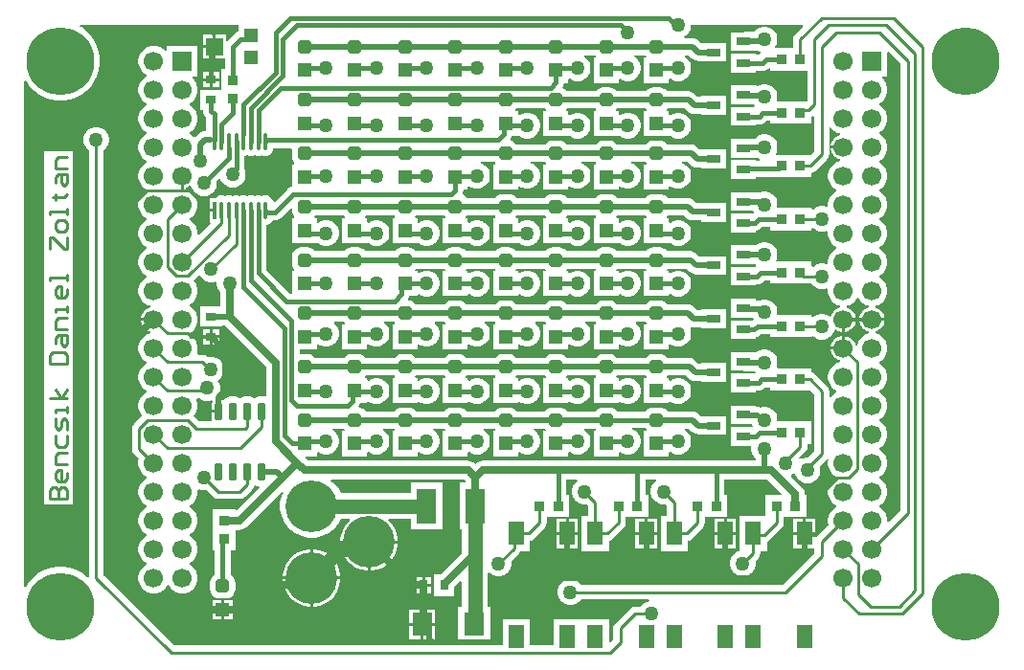
<source format=gtl>
G04*
G04 #@! TF.GenerationSoftware,Altium Limited,Altium Designer,21.6.4 (81)*
G04*
G04 Layer_Physical_Order=1*
G04 Layer_Color=255*
%FSLAX25Y25*%
%MOIN*%
G70*
G04*
G04 #@! TF.SameCoordinates,A847D882-0BDF-4909-9EFC-D743794CE1D5*
G04*
G04*
G04 #@! TF.FilePolarity,Positive*
G04*
G01*
G75*
%ADD13C,0.01000*%
G04:AMPARAMS|DCode=34|XSize=47.24mil|YSize=47.24mil|CornerRadius=11.81mil|HoleSize=0mil|Usage=FLASHONLY|Rotation=270.000|XOffset=0mil|YOffset=0mil|HoleType=Round|Shape=RoundedRectangle|*
%AMROUNDEDRECTD34*
21,1,0.04724,0.02362,0,0,270.0*
21,1,0.02362,0.04724,0,0,270.0*
1,1,0.02362,-0.01181,-0.01181*
1,1,0.02362,-0.01181,0.01181*
1,1,0.02362,0.01181,0.01181*
1,1,0.02362,0.01181,-0.01181*
%
%ADD34ROUNDEDRECTD34*%
%ADD35R,0.04724X0.04724*%
G04:AMPARAMS|DCode=36|XSize=62.21mil|YSize=23.62mil|CornerRadius=2.95mil|HoleSize=0mil|Usage=FLASHONLY|Rotation=270.000|XOffset=0mil|YOffset=0mil|HoleType=Round|Shape=RoundedRectangle|*
%AMROUNDEDRECTD36*
21,1,0.06221,0.01772,0,0,270.0*
21,1,0.05630,0.02362,0,0,270.0*
1,1,0.00591,-0.00886,-0.02815*
1,1,0.00591,-0.00886,0.02815*
1,1,0.00591,0.00886,0.02815*
1,1,0.00591,0.00886,-0.02815*
%
%ADD36ROUNDEDRECTD36*%
%ADD37R,0.04724X0.02559*%
%ADD38R,0.01378X0.06299*%
%ADD39O,0.01378X0.06299*%
%ADD40R,0.05906X0.06299*%
%ADD41R,0.03740X0.03740*%
%ADD42R,0.03740X0.03150*%
%ADD43R,0.03740X0.03740*%
%ADD44R,0.03150X0.03740*%
%ADD45R,0.07008X0.12402*%
%ADD46R,0.07087X0.08268*%
%ADD47R,0.05512X0.08268*%
%ADD48C,0.02000*%
%ADD49C,0.02500*%
%ADD50C,0.01500*%
%ADD51C,0.05000*%
%ADD52C,0.18000*%
%ADD53R,0.06693X0.06693*%
%ADD54C,0.06693*%
%ADD55C,0.23622*%
%ADD56C,0.05000*%
G36*
X82016Y220387D02*
X81986Y220384D01*
X81317Y220106D01*
X80743Y219666D01*
X78038Y216961D01*
X78035Y216957D01*
X77535Y217127D01*
Y219150D01*
X74083D01*
Y215000D01*
Y210850D01*
X77226D01*
Y207118D01*
X76129D01*
Y200031D01*
X68630D01*
Y192882D01*
X69726D01*
Y192500D01*
X69821Y191782D01*
X70098Y191113D01*
X70539Y190539D01*
X70770Y190308D01*
Y185526D01*
X70346D01*
X69563Y185423D01*
X68834Y185120D01*
X68207Y184640D01*
X67153Y183586D01*
X66472Y183589D01*
X65783Y184278D01*
X65033Y184711D01*
Y185289D01*
X65783Y185722D01*
X66778Y186717D01*
X67482Y187936D01*
X67847Y189296D01*
Y190704D01*
X67482Y192064D01*
X66778Y193283D01*
X65783Y194278D01*
X65033Y194711D01*
Y195289D01*
X65783Y195722D01*
X66778Y196717D01*
X67482Y197936D01*
X67847Y199296D01*
Y200704D01*
X67482Y202064D01*
X66778Y203283D01*
X65908Y204153D01*
X66084Y204654D01*
X67847D01*
Y215347D01*
X57153D01*
Y213584D01*
X56653Y213407D01*
X55783Y214278D01*
X54564Y214982D01*
X53204Y215347D01*
X51796D01*
X50436Y214982D01*
X49217Y214278D01*
X48222Y213283D01*
X47518Y212064D01*
X47154Y210704D01*
Y209296D01*
X47518Y207936D01*
X48222Y206717D01*
X49217Y205722D01*
X49967Y205289D01*
Y204711D01*
X49217Y204278D01*
X48222Y203283D01*
X47518Y202064D01*
X47154Y200704D01*
Y199296D01*
X47518Y197936D01*
X48222Y196717D01*
X49217Y195722D01*
X49967Y195289D01*
Y194711D01*
X49217Y194278D01*
X48222Y193283D01*
X47518Y192064D01*
X47154Y190704D01*
Y189296D01*
X47518Y187936D01*
X48222Y186717D01*
X49217Y185722D01*
X49967Y185289D01*
Y184711D01*
X49217Y184278D01*
X48222Y183283D01*
X47518Y182064D01*
X47154Y180704D01*
Y179296D01*
X47518Y177936D01*
X48222Y176717D01*
X49217Y175722D01*
X49967Y175289D01*
Y174711D01*
X49217Y174278D01*
X48222Y173283D01*
X47518Y172064D01*
X47154Y170704D01*
Y169296D01*
X47518Y167936D01*
X48222Y166717D01*
X49217Y165722D01*
X49967Y165289D01*
Y164711D01*
X49217Y164278D01*
X48222Y163283D01*
X47518Y162064D01*
X47154Y160704D01*
Y159296D01*
X47518Y157936D01*
X48222Y156717D01*
X49217Y155722D01*
X49967Y155289D01*
Y154711D01*
X49217Y154278D01*
X48222Y153283D01*
X47518Y152064D01*
X47154Y150704D01*
Y149296D01*
X47518Y147936D01*
X48222Y146717D01*
X49217Y145722D01*
X49967Y145289D01*
Y144711D01*
X49217Y144278D01*
X48222Y143283D01*
X47518Y142064D01*
X47154Y140704D01*
Y139296D01*
X47518Y137936D01*
X48222Y136717D01*
X49217Y135722D01*
X49967Y135289D01*
Y134711D01*
X49217Y134278D01*
X48222Y133283D01*
X47518Y132064D01*
X47154Y130704D01*
Y129296D01*
X47518Y127936D01*
X48222Y126717D01*
X49217Y125722D01*
X50436Y125018D01*
X51469Y124741D01*
Y124223D01*
X50822Y124050D01*
X49831Y123478D01*
X49022Y122669D01*
X48450Y121678D01*
X48154Y120572D01*
Y120500D01*
X52500D01*
Y119500D01*
X48154D01*
Y119428D01*
X48450Y118322D01*
X49022Y117331D01*
X49831Y116522D01*
X50822Y115950D01*
X51469Y115777D01*
Y115259D01*
X50436Y114982D01*
X49217Y114278D01*
X48222Y113283D01*
X47518Y112064D01*
X47154Y110704D01*
Y109296D01*
X47518Y107936D01*
X48222Y106717D01*
X49217Y105722D01*
X49967Y105289D01*
Y104711D01*
X49217Y104278D01*
X48222Y103283D01*
X47518Y102064D01*
X47154Y100704D01*
Y99296D01*
X47518Y97936D01*
X48222Y96717D01*
X49217Y95722D01*
X49967Y95289D01*
Y94711D01*
X49217Y94278D01*
X48222Y93283D01*
X47518Y92064D01*
X47154Y90704D01*
Y89296D01*
X47518Y87936D01*
X48222Y86717D01*
X48460Y86479D01*
X45698Y83717D01*
X45145Y82890D01*
X44951Y81914D01*
Y75000D01*
X45145Y74024D01*
X45698Y73198D01*
X47373Y71522D01*
X47154Y70704D01*
Y69296D01*
X47518Y67936D01*
X48222Y66717D01*
X49217Y65722D01*
X49967Y65289D01*
Y64711D01*
X49217Y64278D01*
X48222Y63283D01*
X47518Y62064D01*
X47154Y60704D01*
Y59296D01*
X47518Y57936D01*
X48222Y56717D01*
X49217Y55722D01*
X49967Y55289D01*
Y54711D01*
X49217Y54278D01*
X48222Y53283D01*
X47518Y52064D01*
X47154Y50704D01*
Y49296D01*
X47518Y47936D01*
X48222Y46717D01*
X49217Y45722D01*
X49967Y45289D01*
Y44711D01*
X49217Y44278D01*
X48222Y43283D01*
X47518Y42064D01*
X47154Y40704D01*
Y39296D01*
X47518Y37936D01*
X48222Y36717D01*
X49217Y35722D01*
X49967Y35289D01*
Y34711D01*
X49217Y34278D01*
X48222Y33283D01*
X47518Y32064D01*
X47154Y30704D01*
Y29296D01*
X47518Y27936D01*
X48222Y26717D01*
X49217Y25722D01*
X50436Y25018D01*
X51796Y24654D01*
X53204D01*
X54564Y25018D01*
X55783Y25722D01*
X56778Y26717D01*
X57211Y27467D01*
X57789D01*
X58222Y26717D01*
X59217Y25722D01*
X60436Y25018D01*
X61796Y24654D01*
X63204D01*
X64564Y25018D01*
X65783Y25722D01*
X66778Y26717D01*
X67482Y27936D01*
X67847Y29296D01*
Y30704D01*
X67482Y32064D01*
X66778Y33283D01*
X65783Y34278D01*
X65033Y34711D01*
Y35289D01*
X65783Y35722D01*
X66778Y36717D01*
X67482Y37936D01*
X67847Y39296D01*
Y40704D01*
X67482Y42064D01*
X66778Y43283D01*
X65783Y44278D01*
X65033Y44711D01*
Y45289D01*
X65783Y45722D01*
X66778Y46717D01*
X67482Y47936D01*
X67847Y49296D01*
Y50704D01*
X67482Y52064D01*
X66778Y53283D01*
X65783Y54278D01*
X65033Y54711D01*
Y55289D01*
X65783Y55722D01*
X66778Y56717D01*
X67482Y57936D01*
X67847Y59296D01*
Y60470D01*
X68124Y60694D01*
X68291Y60784D01*
X68324Y60790D01*
X69408Y60500D01*
X70592D01*
X70831Y60564D01*
X73198Y58198D01*
X74024Y57645D01*
X75000Y57451D01*
X82500D01*
X83476Y57645D01*
X84302Y58198D01*
X86802Y60698D01*
X87355Y61524D01*
X87454Y62022D01*
X87916Y62213D01*
X88219Y62011D01*
X89011Y61854D01*
X89254Y61390D01*
X81358Y53493D01*
X80858Y53701D01*
Y53853D01*
X73117D01*
Y46113D01*
X73118D01*
Y39617D01*
X73722D01*
Y31127D01*
X73711Y31122D01*
X73046Y30613D01*
X72536Y29948D01*
X72216Y29174D01*
X72106Y28344D01*
Y25982D01*
X72216Y25151D01*
X72536Y24377D01*
X73046Y23713D01*
X73711Y23203D01*
X74484Y22882D01*
X75315Y22773D01*
X77677D01*
X78508Y22882D01*
X79281Y23203D01*
X79946Y23713D01*
X80456Y24377D01*
X80776Y25151D01*
X80886Y25982D01*
Y28344D01*
X80776Y29174D01*
X80456Y29948D01*
X79946Y30613D01*
X79281Y31122D01*
X79270Y31127D01*
Y39617D01*
X80858D01*
Y46705D01*
X82483D01*
X82907Y46761D01*
X83331Y46817D01*
X84122Y47144D01*
X84801Y47665D01*
X97146Y60010D01*
X97556Y59713D01*
X97306Y59223D01*
X96771Y57576D01*
X96500Y55866D01*
Y54134D01*
X96771Y52424D01*
X97306Y50778D01*
X98092Y49235D01*
X99110Y47834D01*
X100334Y46610D01*
X101735Y45592D01*
X103278Y44806D01*
X104924Y44271D01*
X106634Y44000D01*
X108366D01*
X110076Y44271D01*
X111723Y44806D01*
X113265Y45592D01*
X114666Y46610D01*
X115890Y47834D01*
X116908Y49235D01*
X117533Y50461D01*
X120612D01*
X120819Y49961D01*
X119732Y48875D01*
X118638Y47237D01*
X117884Y45417D01*
X117500Y43485D01*
Y43000D01*
X127500D01*
X137500D01*
Y43485D01*
X137116Y45417D01*
X136362Y47237D01*
X135267Y48875D01*
X134181Y49961D01*
X134388Y50461D01*
X141996D01*
Y46799D01*
X153004D01*
Y63201D01*
X141996D01*
Y59539D01*
X117533D01*
X116908Y60765D01*
X115890Y62166D01*
X114666Y63390D01*
X114176Y63746D01*
X114330Y64222D01*
X160642D01*
X161163Y63701D01*
X161081Y63201D01*
X158996D01*
Y46799D01*
X159739D01*
Y40000D01*
X159836Y39265D01*
X159753Y38641D01*
X152482Y31370D01*
X149969D01*
Y23630D01*
X157118D01*
Y26734D01*
X159277Y28893D01*
X159739Y28702D01*
Y19994D01*
X158512D01*
Y7726D01*
X169598D01*
Y19994D01*
X168816D01*
Y31613D01*
X169316Y31820D01*
X169737Y31399D01*
X170763Y30807D01*
X171908Y30500D01*
X173092D01*
X174237Y30807D01*
X175263Y31399D01*
X176101Y32237D01*
X176693Y33263D01*
X177000Y34408D01*
Y35592D01*
X176936Y35831D01*
X179668Y38563D01*
X180147Y39279D01*
X183398D01*
Y42961D01*
X183889Y43058D01*
X184716Y43611D01*
X188554Y47450D01*
X189107Y48276D01*
X189301Y49252D01*
Y51130D01*
X190622D01*
Y51131D01*
X197118D01*
Y58871D01*
X196022D01*
Y64222D01*
X199813D01*
X199947Y63722D01*
X199737Y63601D01*
X198899Y62763D01*
X198307Y61737D01*
X198000Y60592D01*
Y59408D01*
X198307Y58263D01*
X198899Y57237D01*
X199737Y56399D01*
X200763Y55807D01*
X201908Y55500D01*
X203092D01*
X203185Y55525D01*
X203593Y55182D01*
Y51547D01*
X201386D01*
Y39279D01*
X210898D01*
Y42961D01*
X211389Y43058D01*
X212216Y43611D01*
X216054Y47450D01*
X216607Y48276D01*
X216801Y49252D01*
Y51130D01*
X218122D01*
Y51131D01*
X224618D01*
Y58871D01*
X223522D01*
Y64222D01*
X227313D01*
X227447Y63722D01*
X227237Y63601D01*
X226399Y62763D01*
X225807Y61737D01*
X225500Y60592D01*
Y59408D01*
X225807Y58263D01*
X226399Y57237D01*
X227237Y56399D01*
X228263Y55807D01*
X229408Y55500D01*
X230592D01*
X230685Y55525D01*
X231093Y55182D01*
Y51547D01*
X228886D01*
Y39279D01*
X238398D01*
Y42961D01*
X238889Y43058D01*
X239716Y43611D01*
X243554Y47450D01*
X244107Y48276D01*
X244301Y49252D01*
Y51130D01*
X245622D01*
Y51131D01*
X252118D01*
Y58871D01*
X251022D01*
Y64222D01*
X266142D01*
X271032Y59332D01*
X270841Y58870D01*
X265382D01*
Y51547D01*
X256386D01*
Y39360D01*
X255763Y39193D01*
X254737Y38601D01*
X253899Y37763D01*
X253307Y36737D01*
X253000Y35592D01*
Y34408D01*
X253307Y33263D01*
X253899Y32237D01*
X254737Y31399D01*
X255763Y30807D01*
X256908Y30500D01*
X258092D01*
X259237Y30807D01*
X260263Y31399D01*
X261101Y32237D01*
X261693Y33263D01*
X262000Y34408D01*
Y35592D01*
X261936Y35831D01*
X262944Y36839D01*
X263497Y37666D01*
X263691Y38642D01*
Y39279D01*
X265898D01*
Y42630D01*
X265975Y42645D01*
X266802Y43198D01*
X271054Y47450D01*
X271607Y48276D01*
X271801Y49252D01*
Y51130D01*
X273122D01*
Y51131D01*
X279618D01*
Y58871D01*
X279026D01*
Y59252D01*
X278914Y60100D01*
X278587Y60891D01*
X278066Y61570D01*
X274288Y65347D01*
X274427Y65916D01*
X275138Y66327D01*
X275690Y66197D01*
X275807Y65763D01*
X276399Y64737D01*
X277237Y63899D01*
X278263Y63307D01*
X279408Y63000D01*
X280592D01*
X281737Y63307D01*
X282763Y63899D01*
X283601Y64737D01*
X284193Y65763D01*
X284500Y66908D01*
Y68092D01*
X284297Y68849D01*
X286802Y71354D01*
X286816Y71374D01*
X287277Y71165D01*
X287154Y70704D01*
Y69296D01*
X287518Y67936D01*
X288222Y66717D01*
X289217Y65722D01*
X289967Y65289D01*
Y64711D01*
X289217Y64278D01*
X288222Y63283D01*
X287518Y62064D01*
X287154Y60704D01*
Y59296D01*
X287518Y57936D01*
X288222Y56717D01*
X289217Y55722D01*
X289967Y55289D01*
Y54711D01*
X289217Y54278D01*
X288222Y53283D01*
X287518Y52064D01*
X287154Y50704D01*
Y49296D01*
X287373Y48478D01*
X283198Y44302D01*
X283114Y44177D01*
X282614Y44329D01*
Y44913D01*
X279358D01*
Y40279D01*
X282451D01*
Y38556D01*
X271444Y27549D01*
X201224D01*
X201101Y27763D01*
X200263Y28601D01*
X199237Y29193D01*
X198092Y29500D01*
X196908D01*
X195763Y29193D01*
X194737Y28601D01*
X193899Y27763D01*
X193307Y26737D01*
X193000Y25592D01*
Y24408D01*
X193307Y23263D01*
X193899Y22237D01*
X194737Y21399D01*
X195763Y20807D01*
X196908Y20500D01*
X198092D01*
X199237Y20807D01*
X200263Y21399D01*
X201101Y22237D01*
X201224Y22451D01*
X224816D01*
X224882Y21951D01*
X223920Y21693D01*
X222894Y21101D01*
X222056Y20263D01*
X221932Y20049D01*
X220000D01*
X219024Y19855D01*
X218198Y19302D01*
X213198Y14302D01*
X212645Y13476D01*
X212451Y12500D01*
Y8556D01*
X211360Y7464D01*
X210898Y7656D01*
Y15721D01*
X201386D01*
Y15721D01*
X201114D01*
Y15721D01*
X191602D01*
Y6502D01*
X183398D01*
Y15721D01*
X173886D01*
Y6502D01*
X59603D01*
X35049Y31056D01*
Y178776D01*
X35263Y178899D01*
X36101Y179737D01*
X36693Y180763D01*
X37000Y181908D01*
Y183092D01*
X36693Y184237D01*
X36101Y185263D01*
X35263Y186101D01*
X34237Y186693D01*
X33092Y187000D01*
X31908D01*
X30763Y186693D01*
X29737Y186101D01*
X28899Y185263D01*
X28307Y184237D01*
X28000Y183092D01*
Y181908D01*
X28307Y180763D01*
X28899Y179737D01*
X29737Y178899D01*
X29951Y178776D01*
Y30288D01*
X29451Y30081D01*
X28997Y30534D01*
X27239Y31812D01*
X25302Y32799D01*
X23234Y33471D01*
X21087Y33811D01*
X18913D01*
X16766Y33471D01*
X14698Y32799D01*
X12762Y31812D01*
X11003Y30534D01*
X9465Y28997D01*
X8188Y27239D01*
X7986Y26843D01*
X7500Y26960D01*
Y203040D01*
X7986Y203157D01*
X8188Y202761D01*
X9465Y201003D01*
X11003Y199466D01*
X12762Y198188D01*
X14698Y197201D01*
X16766Y196529D01*
X18913Y196189D01*
X21087D01*
X23234Y196529D01*
X25302Y197201D01*
X27239Y198188D01*
X28997Y199466D01*
X30534Y201003D01*
X31812Y202761D01*
X32799Y204698D01*
X33471Y206766D01*
X33811Y208913D01*
Y211087D01*
X33471Y213234D01*
X32799Y215302D01*
X31812Y217238D01*
X30534Y218997D01*
X28997Y220534D01*
X27239Y221812D01*
X26843Y222014D01*
X26960Y222500D01*
X82016D01*
Y220387D01*
D02*
G37*
G36*
X278433Y222038D02*
X275698Y219302D01*
X275145Y218476D01*
X274951Y217500D01*
Y214443D01*
X273630D01*
Y214442D01*
X268975D01*
X268719Y214942D01*
X269193Y215763D01*
X269500Y216908D01*
Y218092D01*
X269193Y219237D01*
X268601Y220263D01*
X267763Y221101D01*
X266737Y221693D01*
X265592Y222000D01*
X264408D01*
X263263Y221693D01*
X262237Y221101D01*
X261399Y220263D01*
X261293Y220079D01*
X258004D01*
X258004Y220079D01*
X257807Y220053D01*
X253362D01*
Y213494D01*
X262087D01*
Y213494D01*
X262587Y213697D01*
X263263Y213307D01*
X263659Y213201D01*
X263768Y212654D01*
X263611Y212533D01*
X263144Y212067D01*
X262087D01*
Y212573D01*
X253362D01*
Y206013D01*
X262087D01*
Y206519D01*
X264293D01*
X265011Y206614D01*
X265680Y206891D01*
X266254Y207332D01*
X266634Y207711D01*
X267134Y207588D01*
Y206702D01*
X274874D01*
Y206702D01*
X279951D01*
Y196056D01*
X279766Y195871D01*
X273630D01*
Y195871D01*
X269633D01*
X269328Y196267D01*
X269500Y196908D01*
Y198092D01*
X269193Y199237D01*
X268601Y200263D01*
X267763Y201101D01*
X266737Y201693D01*
X265592Y202000D01*
X264408D01*
X263263Y201693D01*
X262587Y201303D01*
X262087Y201482D01*
Y201482D01*
X253362D01*
Y194922D01*
X257807D01*
X258004Y194896D01*
X258004Y194896D01*
X261307D01*
X261399Y194737D01*
X261635Y194501D01*
X261428Y194001D01*
X253362D01*
Y187442D01*
X262087D01*
Y187948D01*
X263222D01*
X263939Y188042D01*
X264609Y188320D01*
X265183Y188760D01*
X265649Y189227D01*
X267134D01*
Y188130D01*
X274874D01*
Y188131D01*
X281370D01*
Y190503D01*
X281951Y190891D01*
X282451Y190696D01*
Y178556D01*
X281195Y177300D01*
X273630D01*
Y177299D01*
X269137D01*
X268887Y177732D01*
X269193Y178263D01*
X269500Y179408D01*
Y180592D01*
X269193Y181737D01*
X268601Y182763D01*
X267763Y183601D01*
X266737Y184193D01*
X265592Y184500D01*
X264408D01*
X263263Y184193D01*
X262237Y183601D01*
X261546Y182910D01*
X253362D01*
Y176351D01*
X262087D01*
X262087Y176351D01*
X262535Y176227D01*
X263263Y175807D01*
X263386Y175774D01*
X263320Y175274D01*
X262087D01*
Y175430D01*
X253362D01*
Y168871D01*
X262087D01*
Y169726D01*
X267134D01*
Y169559D01*
X274874D01*
Y169560D01*
X281370D01*
Y170968D01*
X281905Y171075D01*
X282732Y171627D01*
X286802Y175698D01*
X287355Y176524D01*
X287549Y177500D01*
Y186917D01*
X288032Y187046D01*
X288222Y186717D01*
X289217Y185722D01*
X290436Y185018D01*
X291469Y184741D01*
Y184223D01*
X290822Y184050D01*
X289831Y183478D01*
X289022Y182669D01*
X288450Y181678D01*
X288154Y180572D01*
Y180500D01*
X292500D01*
Y179500D01*
X288154D01*
Y179428D01*
X288450Y178322D01*
X289022Y177331D01*
X289831Y176522D01*
X290822Y175950D01*
X291469Y175777D01*
Y175259D01*
X290436Y174982D01*
X289217Y174278D01*
X288222Y173283D01*
X287518Y172064D01*
X287154Y170704D01*
Y169296D01*
X287518Y167936D01*
X288222Y166717D01*
X289217Y165722D01*
X289967Y165289D01*
Y164711D01*
X289217Y164278D01*
X288222Y163283D01*
X287518Y162064D01*
X287154Y160704D01*
Y159530D01*
X286876Y159306D01*
X286709Y159216D01*
X286676Y159210D01*
X285592Y159500D01*
X284408D01*
X283263Y159193D01*
X282237Y158601D01*
X281870Y158234D01*
X281370Y158441D01*
Y158728D01*
X273630D01*
Y158728D01*
X269728D01*
X269424Y159124D01*
X269500Y159408D01*
Y160592D01*
X269193Y161737D01*
X268601Y162763D01*
X267763Y163601D01*
X266737Y164193D01*
X265592Y164500D01*
X264408D01*
X263263Y164193D01*
X263075Y164085D01*
X262087D01*
Y164339D01*
X253362D01*
Y157780D01*
X261086D01*
X261381Y157269D01*
X260980Y156961D01*
X260877Y156858D01*
X253362D01*
Y150299D01*
X262087D01*
Y150880D01*
X262238Y150900D01*
X262907Y151177D01*
X263481Y151618D01*
X264090Y152226D01*
X267134D01*
Y150988D01*
X274874D01*
Y150988D01*
X281370D01*
Y151559D01*
X281870Y151766D01*
X282237Y151399D01*
X283263Y150807D01*
X284408Y150500D01*
X285592D01*
X286676Y150790D01*
X286709Y150784D01*
X286876Y150694D01*
X287154Y150470D01*
Y149296D01*
X287518Y147936D01*
X288222Y146717D01*
X289217Y145722D01*
X289967Y145289D01*
Y144711D01*
X289217Y144278D01*
X288222Y143283D01*
X287518Y142064D01*
X287154Y140704D01*
Y139530D01*
X286876Y139306D01*
X286709Y139216D01*
X286676Y139210D01*
X285592Y139500D01*
X284408D01*
X283263Y139193D01*
X282237Y138601D01*
X281870Y138234D01*
X281370Y138441D01*
Y140157D01*
X273630D01*
Y140156D01*
X269343D01*
X269093Y140589D01*
X269193Y140763D01*
X269500Y141908D01*
Y143092D01*
X269193Y144237D01*
X268601Y145263D01*
X267763Y146101D01*
X266737Y146693D01*
X265592Y147000D01*
X264408D01*
X263263Y146693D01*
X262237Y146101D01*
X261903Y145767D01*
X253362D01*
Y139208D01*
X261928D01*
X262070Y139066D01*
X262087Y138700D01*
X261696Y138287D01*
X253362D01*
Y131728D01*
X262087D01*
Y132234D01*
X262507D01*
X263225Y132328D01*
X263894Y132605D01*
X264469Y133046D01*
X264935Y133512D01*
X267134D01*
Y132416D01*
X274874D01*
Y132417D01*
X281295D01*
X281399Y132237D01*
X282237Y131399D01*
X283263Y130807D01*
X284408Y130500D01*
X285592D01*
X286676Y130790D01*
X286709Y130784D01*
X286876Y130694D01*
X287154Y130470D01*
Y129296D01*
X287518Y127936D01*
X288222Y126717D01*
X289217Y125722D01*
X290436Y125018D01*
X291469Y124741D01*
Y124223D01*
X290822Y124050D01*
X289831Y123478D01*
X289022Y122669D01*
X288450Y121678D01*
X288312Y121164D01*
X287829Y121035D01*
X287763Y121101D01*
X286737Y121693D01*
X285592Y122000D01*
X284408D01*
X283263Y121693D01*
X282237Y121101D01*
X281870Y120734D01*
X281370Y120941D01*
Y121586D01*
X273630D01*
Y121585D01*
X269748D01*
X269500Y121908D01*
Y123092D01*
X269193Y124237D01*
X268601Y125263D01*
X267763Y126101D01*
X266737Y126693D01*
X265592Y127000D01*
X264408D01*
X263263Y126693D01*
X263180Y126646D01*
X263052Y126663D01*
X262087D01*
Y127196D01*
X253362D01*
Y120637D01*
X257807D01*
X258004Y120611D01*
X258004Y120611D01*
X260894D01*
X261225Y120038D01*
X260805Y119715D01*
X253362D01*
Y113156D01*
X262087D01*
Y113767D01*
X262176Y113779D01*
X262845Y114056D01*
X263419Y114497D01*
X263864Y114941D01*
X267134D01*
Y113845D01*
X274874D01*
Y113845D01*
X281370D01*
Y114059D01*
X281870Y114266D01*
X282237Y113899D01*
X283263Y113307D01*
X284408Y113000D01*
X285592D01*
X286737Y113307D01*
X287763Y113899D01*
X288601Y114737D01*
X289193Y115763D01*
X289358Y116379D01*
X289903Y116480D01*
X290822Y115950D01*
X291928Y115654D01*
X292000D01*
Y120000D01*
X292500D01*
Y120500D01*
X296847D01*
Y120572D01*
X296550Y121678D01*
X295978Y122669D01*
X295169Y123478D01*
X294178Y124050D01*
X293531Y124223D01*
Y124741D01*
X294564Y125018D01*
X295783Y125722D01*
X296778Y126717D01*
X297211Y127467D01*
X297789D01*
X298222Y126717D01*
X299217Y125722D01*
X300436Y125018D01*
X301469Y124741D01*
Y124223D01*
X300822Y124050D01*
X299831Y123478D01*
X299022Y122669D01*
X298450Y121678D01*
X298153Y120572D01*
Y120500D01*
X302500D01*
X306846D01*
Y120572D01*
X306550Y121678D01*
X305978Y122669D01*
X305169Y123478D01*
X304178Y124050D01*
X303531Y124223D01*
Y124741D01*
X304564Y125018D01*
X305783Y125722D01*
X306778Y126717D01*
X307482Y127936D01*
X307846Y129296D01*
Y130704D01*
X307482Y132064D01*
X306778Y133283D01*
X305783Y134278D01*
X305033Y134711D01*
Y135289D01*
X305783Y135722D01*
X306778Y136717D01*
X307482Y137936D01*
X307846Y139296D01*
Y140704D01*
X307482Y142064D01*
X306778Y143283D01*
X305783Y144278D01*
X305033Y144711D01*
Y145289D01*
X305783Y145722D01*
X306778Y146717D01*
X307482Y147936D01*
X307846Y149296D01*
Y150704D01*
X307482Y152064D01*
X306778Y153283D01*
X305783Y154278D01*
X305033Y154711D01*
Y155289D01*
X305783Y155722D01*
X306778Y156717D01*
X307482Y157936D01*
X307846Y159296D01*
Y160704D01*
X307482Y162064D01*
X306778Y163283D01*
X305783Y164278D01*
X305033Y164711D01*
Y165289D01*
X305783Y165722D01*
X306778Y166717D01*
X307482Y167936D01*
X307846Y169296D01*
Y170704D01*
X307482Y172064D01*
X306778Y173283D01*
X305783Y174278D01*
X305033Y174711D01*
Y175289D01*
X305783Y175722D01*
X306778Y176717D01*
X307482Y177936D01*
X307846Y179296D01*
Y180704D01*
X307482Y182064D01*
X306778Y183283D01*
X305783Y184278D01*
X305033Y184711D01*
Y185289D01*
X305783Y185722D01*
X306778Y186717D01*
X307482Y187936D01*
X307846Y189296D01*
Y190704D01*
X307482Y192064D01*
X306778Y193283D01*
X305783Y194278D01*
X305033Y194711D01*
Y195289D01*
X305783Y195722D01*
X306778Y196717D01*
X307482Y197936D01*
X307846Y199296D01*
Y200704D01*
X307482Y202064D01*
X306778Y203283D01*
X305908Y204153D01*
X306084Y204654D01*
X307846D01*
Y212895D01*
X308308Y213087D01*
X312451Y208944D01*
Y53556D01*
X308347Y49451D01*
X307846Y49658D01*
Y50704D01*
X307482Y52064D01*
X306778Y53283D01*
X305783Y54278D01*
X305033Y54711D01*
Y55289D01*
X305783Y55722D01*
X306778Y56717D01*
X307482Y57936D01*
X307846Y59296D01*
Y60704D01*
X307482Y62064D01*
X306778Y63283D01*
X305783Y64278D01*
X305033Y64711D01*
Y65289D01*
X305783Y65722D01*
X306778Y66717D01*
X307482Y67936D01*
X307846Y69296D01*
Y70704D01*
X307482Y72064D01*
X306778Y73283D01*
X305783Y74278D01*
X305033Y74711D01*
Y75289D01*
X305783Y75722D01*
X306778Y76717D01*
X307482Y77936D01*
X307846Y79296D01*
Y80704D01*
X307482Y82064D01*
X306778Y83283D01*
X305783Y84278D01*
X305033Y84711D01*
Y85289D01*
X305783Y85722D01*
X306778Y86717D01*
X307482Y87936D01*
X307846Y89296D01*
Y90704D01*
X307482Y92064D01*
X306778Y93283D01*
X305783Y94278D01*
X305033Y94711D01*
Y95289D01*
X305783Y95722D01*
X306778Y96717D01*
X307482Y97936D01*
X307846Y99296D01*
Y100704D01*
X307482Y102064D01*
X306778Y103283D01*
X305783Y104278D01*
X305033Y104711D01*
Y105289D01*
X305783Y105722D01*
X306778Y106717D01*
X307482Y107936D01*
X307846Y109296D01*
Y110704D01*
X307482Y112064D01*
X306778Y113283D01*
X305783Y114278D01*
X304564Y114982D01*
X303531Y115259D01*
Y115777D01*
X304178Y115950D01*
X305169Y116522D01*
X305978Y117331D01*
X306550Y118322D01*
X306846Y119428D01*
Y119500D01*
X302500D01*
X298153D01*
Y119428D01*
X298450Y118322D01*
X299022Y117331D01*
X299831Y116522D01*
X300822Y115950D01*
X301469Y115777D01*
Y115259D01*
X300436Y114982D01*
X299217Y114278D01*
X298222Y113283D01*
X297518Y112064D01*
X297241Y111031D01*
X296724D01*
X296550Y111678D01*
X295978Y112669D01*
X295169Y113478D01*
X294178Y114050D01*
X293072Y114347D01*
X293000D01*
Y110000D01*
X292500D01*
Y109500D01*
X288154D01*
Y109428D01*
X288450Y108322D01*
X289022Y107331D01*
X289831Y106522D01*
X290822Y105950D01*
X291469Y105777D01*
Y105259D01*
X290436Y104982D01*
X289217Y104278D01*
X288222Y103283D01*
X287518Y102064D01*
X287154Y100704D01*
Y99296D01*
X287518Y97936D01*
X288222Y96717D01*
X289217Y95722D01*
X289967Y95289D01*
Y94711D01*
X289217Y94278D01*
X288222Y93283D01*
X288032Y92954D01*
X287549Y93083D01*
Y95000D01*
X287355Y95976D01*
X286802Y96803D01*
X282658Y100946D01*
X281832Y101499D01*
X281370Y101591D01*
Y103014D01*
X273630D01*
Y103014D01*
X269584D01*
X269260Y103514D01*
X269500Y104408D01*
Y105592D01*
X269193Y106737D01*
X268601Y107763D01*
X267763Y108601D01*
X266737Y109193D01*
X265592Y109500D01*
X264408D01*
X263263Y109193D01*
X262546Y108779D01*
X262087Y108624D01*
X262087Y108624D01*
X262087Y108624D01*
X253362D01*
Y102065D01*
X257807D01*
X258004Y102039D01*
X258004Y102039D01*
X259215D01*
X259711Y101974D01*
X261662D01*
X261992Y101644D01*
X261785Y101144D01*
X253362D01*
Y94585D01*
X262087D01*
Y95091D01*
X262865D01*
X263582Y95185D01*
X264251Y95462D01*
X264826Y95903D01*
X265292Y96370D01*
X267134D01*
Y95273D01*
X274874D01*
Y95274D01*
X281121D01*
X282451Y93944D01*
Y74213D01*
X280238Y72000D01*
X279408D01*
X278263Y71693D01*
X277754Y71399D01*
X277166Y71637D01*
X277137Y71740D01*
X279302Y73905D01*
X279855Y74732D01*
X280049Y75707D01*
Y76703D01*
X281370D01*
Y84443D01*
X273630D01*
Y84442D01*
X269500D01*
Y85592D01*
X269193Y86737D01*
X268601Y87763D01*
X267763Y88601D01*
X266737Y89193D01*
X265592Y89500D01*
X264408D01*
X263721Y89316D01*
X263477Y89417D01*
X262694Y89520D01*
X262087D01*
Y90053D01*
X253362D01*
Y83494D01*
X257807D01*
X258004Y83468D01*
X258004Y83468D01*
X260752D01*
X260807Y83263D01*
X260955Y83006D01*
X260705Y82573D01*
X253362D01*
Y76014D01*
X260202D01*
X260507Y75617D01*
X260500Y75592D01*
Y74408D01*
X260807Y73263D01*
X261399Y72237D01*
X261974Y71662D01*
Y70778D01*
X167000D01*
X166152Y70666D01*
X165361Y70339D01*
X164682Y69818D01*
X164500Y69636D01*
X164318Y69818D01*
X163639Y70339D01*
X162848Y70666D01*
X162424Y70722D01*
X162000Y70778D01*
X106358D01*
X105264Y71872D01*
X105471Y72372D01*
X109343D01*
Y73654D01*
X109843Y73838D01*
X110763Y73307D01*
X111908Y73000D01*
X113092D01*
X114237Y73307D01*
X115263Y73899D01*
X116101Y74737D01*
X116693Y75763D01*
X117000Y76908D01*
Y78092D01*
X116693Y79237D01*
X116101Y80263D01*
X115263Y81101D01*
X114614Y81476D01*
X114748Y81976D01*
X118705D01*
X118996Y81596D01*
X118925Y81241D01*
X118876Y81096D01*
X118118D01*
Y72372D01*
X126842D01*
Y73654D01*
X127342Y73838D01*
X128263Y73307D01*
X129408Y73000D01*
X130592D01*
X131737Y73307D01*
X132763Y73899D01*
X133601Y74737D01*
X134193Y75763D01*
X134500Y76908D01*
Y78092D01*
X134193Y79237D01*
X133601Y80263D01*
X132763Y81101D01*
X132114Y81476D01*
X132247Y81976D01*
X136205D01*
X136496Y81596D01*
X136425Y81241D01*
X136376Y81096D01*
X135618D01*
Y72372D01*
X144343D01*
Y73654D01*
X144843Y73838D01*
X145763Y73307D01*
X146908Y73000D01*
X148092D01*
X149237Y73307D01*
X150263Y73899D01*
X151101Y74737D01*
X151693Y75763D01*
X152000Y76908D01*
Y78092D01*
X151693Y79237D01*
X151101Y80263D01*
X150263Y81101D01*
X149614Y81476D01*
X149748Y81976D01*
X153705D01*
X153996Y81596D01*
X153925Y81241D01*
X153876Y81096D01*
X153118D01*
Y72372D01*
X161843D01*
Y73654D01*
X162343Y73838D01*
X163263Y73307D01*
X164408Y73000D01*
X165592D01*
X166737Y73307D01*
X167763Y73899D01*
X168601Y74737D01*
X169193Y75763D01*
X169500Y76908D01*
Y78092D01*
X169193Y79237D01*
X168601Y80263D01*
X167763Y81101D01*
X167114Y81476D01*
X167247Y81976D01*
X171205D01*
X171496Y81596D01*
X171425Y81241D01*
X171376Y81096D01*
X170618D01*
Y72372D01*
X179342D01*
Y73654D01*
X179842Y73838D01*
X180763Y73307D01*
X181908Y73000D01*
X183092D01*
X184237Y73307D01*
X185263Y73899D01*
X186101Y74737D01*
X186693Y75763D01*
X187000Y76908D01*
Y78092D01*
X186693Y79237D01*
X186101Y80263D01*
X185263Y81101D01*
X184614Y81476D01*
X184748Y81976D01*
X188705D01*
X188996Y81596D01*
X188925Y81241D01*
X188876Y81096D01*
X188118D01*
Y72372D01*
X196843D01*
Y73654D01*
X197343Y73838D01*
X198263Y73307D01*
X199408Y73000D01*
X200592D01*
X201737Y73307D01*
X202763Y73899D01*
X203601Y74737D01*
X204193Y75763D01*
X204500Y76908D01*
Y78092D01*
X204193Y79237D01*
X203601Y80263D01*
X202763Y81101D01*
X202114Y81476D01*
X202248Y81976D01*
X206205D01*
X206496Y81596D01*
X206425Y81241D01*
X206376Y81096D01*
X205618D01*
Y72372D01*
X214342D01*
Y73654D01*
X214843Y73838D01*
X215763Y73307D01*
X216908Y73000D01*
X218092D01*
X219237Y73307D01*
X220263Y73899D01*
X221101Y74737D01*
X221693Y75763D01*
X222000Y76908D01*
Y78092D01*
X221693Y79237D01*
X221101Y80263D01*
X220263Y81101D01*
X219237Y81693D01*
X219107Y81728D01*
X219173Y82228D01*
X223516D01*
X223520Y82216D01*
X223996Y81596D01*
X223925Y81241D01*
X223876Y81096D01*
X223118D01*
Y72372D01*
X231842D01*
Y73654D01*
X232343Y73838D01*
X233263Y73307D01*
X234408Y73000D01*
X235592D01*
X236737Y73307D01*
X237763Y73899D01*
X238601Y74737D01*
X239193Y75763D01*
X239500Y76908D01*
Y78092D01*
X239193Y79237D01*
X238601Y80263D01*
X237763Y81101D01*
X237114Y81476D01*
X237247Y81976D01*
X238745D01*
X239827Y80894D01*
X240454Y80413D01*
X241184Y80111D01*
X241967Y80007D01*
X242913D01*
Y79754D01*
X251638D01*
Y86313D01*
X242967D01*
X242138Y87141D01*
X241511Y87622D01*
X240781Y87925D01*
X239998Y88028D01*
X231256D01*
X230930Y88452D01*
X230266Y88962D01*
X229492Y89282D01*
X228661Y89391D01*
X226299D01*
X225469Y89282D01*
X224695Y88962D01*
X224030Y88452D01*
X223520Y87787D01*
X223516Y87775D01*
X213945D01*
X213940Y87787D01*
X213430Y88452D01*
X212766Y88962D01*
X211992Y89282D01*
X211161Y89391D01*
X208799D01*
X207969Y89282D01*
X207195Y88962D01*
X206530Y88452D01*
X206205Y88028D01*
X196256D01*
X195930Y88452D01*
X195266Y88962D01*
X194492Y89282D01*
X193661Y89391D01*
X191299D01*
X190469Y89282D01*
X189695Y88962D01*
X189030Y88452D01*
X188705Y88028D01*
X178755D01*
X178430Y88452D01*
X177766Y88962D01*
X176992Y89282D01*
X176161Y89391D01*
X173799D01*
X172969Y89282D01*
X172195Y88962D01*
X171530Y88452D01*
X171205Y88028D01*
X161256D01*
X160930Y88452D01*
X160266Y88962D01*
X159492Y89282D01*
X158661Y89391D01*
X156299D01*
X155469Y89282D01*
X154695Y88962D01*
X154030Y88452D01*
X153705Y88028D01*
X143755D01*
X143430Y88452D01*
X142766Y88962D01*
X141992Y89282D01*
X141161Y89391D01*
X138799D01*
X137969Y89282D01*
X137195Y88962D01*
X136530Y88452D01*
X136205Y88028D01*
X126256D01*
X125930Y88452D01*
X125266Y88962D01*
X124492Y89282D01*
X123965Y89351D01*
X123744Y89885D01*
X123974Y90185D01*
X124251Y90854D01*
X124263Y90943D01*
X126842D01*
Y91154D01*
X127342Y91338D01*
X128263Y90807D01*
X129408Y90500D01*
X130592D01*
X131737Y90807D01*
X132763Y91399D01*
X133601Y92237D01*
X134193Y93263D01*
X134500Y94408D01*
Y95592D01*
X134193Y96737D01*
X133601Y97763D01*
X132763Y98601D01*
X131737Y99193D01*
X130592Y99500D01*
X129408D01*
X128263Y99193D01*
X127342Y98662D01*
X126842Y98846D01*
Y99668D01*
X126085D01*
X126036Y99812D01*
X125964Y100168D01*
X126256Y100547D01*
X136205D01*
X136496Y100168D01*
X136425Y99812D01*
X136376Y99668D01*
X135618D01*
Y90943D01*
X144343D01*
Y91154D01*
X144843Y91338D01*
X145763Y90807D01*
X146908Y90500D01*
X148092D01*
X149237Y90807D01*
X150263Y91399D01*
X151101Y92237D01*
X151693Y93263D01*
X152000Y94408D01*
Y95592D01*
X151693Y96737D01*
X151101Y97763D01*
X150263Y98601D01*
X149237Y99193D01*
X148092Y99500D01*
X146908D01*
X145763Y99193D01*
X144843Y98662D01*
X144343Y98846D01*
Y99668D01*
X143585D01*
X143536Y99812D01*
X143464Y100168D01*
X143755Y100547D01*
X153705D01*
X153996Y100168D01*
X153925Y99812D01*
X153876Y99668D01*
X153118D01*
Y90943D01*
X161843D01*
Y91154D01*
X162343Y91338D01*
X163263Y90807D01*
X164408Y90500D01*
X165592D01*
X166737Y90807D01*
X167763Y91399D01*
X168601Y92237D01*
X169193Y93263D01*
X169500Y94408D01*
Y95592D01*
X169193Y96737D01*
X168601Y97763D01*
X167763Y98601D01*
X166737Y99193D01*
X165592Y99500D01*
X164408D01*
X163263Y99193D01*
X162343Y98662D01*
X161843Y98846D01*
Y99668D01*
X161085D01*
X161036Y99812D01*
X160964Y100168D01*
X161256Y100547D01*
X171205D01*
X171496Y100168D01*
X171425Y99812D01*
X171376Y99668D01*
X170618D01*
Y90943D01*
X179342D01*
Y91154D01*
X179842Y91338D01*
X180763Y90807D01*
X181908Y90500D01*
X183092D01*
X184237Y90807D01*
X185263Y91399D01*
X186101Y92237D01*
X186693Y93263D01*
X187000Y94408D01*
Y95592D01*
X186693Y96737D01*
X186101Y97763D01*
X185263Y98601D01*
X184237Y99193D01*
X183092Y99500D01*
X181908D01*
X180763Y99193D01*
X179842Y98662D01*
X179342Y98846D01*
Y99668D01*
X178585D01*
X178536Y99812D01*
X178464Y100168D01*
X178755Y100547D01*
X188705D01*
X188996Y100168D01*
X188925Y99812D01*
X188876Y99668D01*
X188118D01*
Y90943D01*
X196843D01*
Y91154D01*
X197343Y91338D01*
X198263Y90807D01*
X199408Y90500D01*
X200592D01*
X201737Y90807D01*
X202763Y91399D01*
X203601Y92237D01*
X204193Y93263D01*
X204500Y94408D01*
Y95592D01*
X204193Y96737D01*
X203601Y97763D01*
X202763Y98601D01*
X201737Y99193D01*
X200592Y99500D01*
X199408D01*
X198263Y99193D01*
X197343Y98662D01*
X196843Y98846D01*
Y99668D01*
X196085D01*
X196036Y99812D01*
X195964Y100168D01*
X196256Y100547D01*
X206205D01*
X206496Y100168D01*
X206425Y99812D01*
X206376Y99668D01*
X205618D01*
Y90943D01*
X214342D01*
Y91154D01*
X214843Y91338D01*
X215763Y90807D01*
X216908Y90500D01*
X218092D01*
X219237Y90807D01*
X220263Y91399D01*
X221101Y92237D01*
X221693Y93263D01*
X222000Y94408D01*
Y95592D01*
X221693Y96737D01*
X221101Y97763D01*
X220263Y98601D01*
X219237Y99193D01*
X218092Y99500D01*
X216908D01*
X215763Y99193D01*
X214843Y98662D01*
X214342Y98846D01*
Y99668D01*
X213585D01*
X213536Y99812D01*
X213464Y100168D01*
X213755Y100547D01*
X223705D01*
X223996Y100168D01*
X223925Y99812D01*
X223876Y99668D01*
X223118D01*
Y90943D01*
X231842D01*
Y91154D01*
X232343Y91338D01*
X233263Y90807D01*
X234408Y90500D01*
X235592D01*
X236737Y90807D01*
X237763Y91399D01*
X238601Y92237D01*
X239193Y93263D01*
X239500Y94408D01*
Y95592D01*
X239193Y96737D01*
X238601Y97763D01*
X237763Y98601D01*
X236737Y99193D01*
X235592Y99500D01*
X234408D01*
X233263Y99193D01*
X232343Y98662D01*
X231842Y98846D01*
Y99668D01*
X231085D01*
X231036Y99812D01*
X230964Y100168D01*
X231256Y100547D01*
X237673D01*
X238756Y99465D01*
X239382Y98984D01*
X240112Y98682D01*
X240895Y98579D01*
X242913D01*
Y98325D01*
X251638D01*
Y104884D01*
X242913D01*
Y104631D01*
X242149D01*
X241067Y105713D01*
X240440Y106194D01*
X239710Y106496D01*
X238927Y106599D01*
X231256D01*
X230930Y107023D01*
X230266Y107533D01*
X229492Y107853D01*
X228661Y107963D01*
X226299D01*
X225469Y107853D01*
X224695Y107533D01*
X224030Y107023D01*
X223705Y106599D01*
X213755D01*
X213430Y107023D01*
X212766Y107533D01*
X211992Y107853D01*
X211161Y107963D01*
X208799D01*
X207969Y107853D01*
X207195Y107533D01*
X206530Y107023D01*
X206205Y106599D01*
X196256D01*
X195930Y107023D01*
X195266Y107533D01*
X194492Y107853D01*
X193661Y107963D01*
X191299D01*
X190469Y107853D01*
X189695Y107533D01*
X189030Y107023D01*
X188705Y106599D01*
X178755D01*
X178430Y107023D01*
X177766Y107533D01*
X176992Y107853D01*
X176161Y107963D01*
X173799D01*
X172969Y107853D01*
X172195Y107533D01*
X171530Y107023D01*
X171205Y106599D01*
X161256D01*
X160930Y107023D01*
X160266Y107533D01*
X159492Y107853D01*
X158661Y107963D01*
X156299D01*
X155469Y107853D01*
X154695Y107533D01*
X154030Y107023D01*
X153705Y106599D01*
X143755D01*
X143430Y107023D01*
X142766Y107533D01*
X141992Y107853D01*
X141161Y107963D01*
X138799D01*
X137969Y107853D01*
X137195Y107533D01*
X136530Y107023D01*
X136205Y106599D01*
X126256D01*
X125930Y107023D01*
X125266Y107533D01*
X124492Y107853D01*
X123661Y107963D01*
X121299D01*
X120469Y107853D01*
X119695Y107533D01*
X119030Y107023D01*
X118705Y106599D01*
X108756D01*
X108430Y107023D01*
X107766Y107533D01*
X106992Y107853D01*
X106161Y107963D01*
X103799D01*
X103650Y107943D01*
X103274Y108273D01*
Y109515D01*
X109343D01*
Y111154D01*
X109843Y111338D01*
X110763Y110807D01*
X111908Y110500D01*
X113092D01*
X114237Y110807D01*
X115263Y111399D01*
X116101Y112237D01*
X116693Y113263D01*
X117000Y114408D01*
Y115592D01*
X116693Y116737D01*
X116101Y117763D01*
X115263Y118601D01*
X115203Y118636D01*
X115332Y119119D01*
X118705D01*
X118996Y118739D01*
X118925Y118384D01*
X118876Y118239D01*
X118118D01*
Y109515D01*
X126842D01*
Y111154D01*
X127342Y111338D01*
X128263Y110807D01*
X129408Y110500D01*
X130592D01*
X131737Y110807D01*
X132763Y111399D01*
X133601Y112237D01*
X134193Y113263D01*
X134500Y114408D01*
Y115592D01*
X134193Y116737D01*
X133601Y117763D01*
X132763Y118601D01*
X132703Y118636D01*
X132832Y119119D01*
X136205D01*
X136496Y118739D01*
X136425Y118384D01*
X136376Y118239D01*
X135618D01*
Y109515D01*
X144343D01*
Y111154D01*
X144843Y111338D01*
X145763Y110807D01*
X146908Y110500D01*
X148092D01*
X149237Y110807D01*
X150263Y111399D01*
X151101Y112237D01*
X151693Y113263D01*
X152000Y114408D01*
Y115592D01*
X151693Y116737D01*
X151101Y117763D01*
X150263Y118601D01*
X150203Y118636D01*
X150332Y119119D01*
X153705D01*
X153996Y118739D01*
X153925Y118384D01*
X153876Y118239D01*
X153118D01*
Y109515D01*
X161843D01*
Y111154D01*
X162343Y111338D01*
X163263Y110807D01*
X164408Y110500D01*
X165592D01*
X166737Y110807D01*
X167763Y111399D01*
X168601Y112237D01*
X169193Y113263D01*
X169500Y114408D01*
Y115592D01*
X169193Y116737D01*
X168601Y117763D01*
X167763Y118601D01*
X167703Y118636D01*
X167832Y119119D01*
X171205D01*
X171496Y118739D01*
X171425Y118384D01*
X171376Y118239D01*
X170618D01*
Y109515D01*
X179342D01*
Y111154D01*
X179842Y111338D01*
X180763Y110807D01*
X181908Y110500D01*
X183092D01*
X184237Y110807D01*
X185263Y111399D01*
X186101Y112237D01*
X186693Y113263D01*
X187000Y114408D01*
Y115592D01*
X186693Y116737D01*
X186101Y117763D01*
X185263Y118601D01*
X185203Y118636D01*
X185332Y119119D01*
X188705D01*
X188996Y118739D01*
X188925Y118384D01*
X188876Y118239D01*
X188118D01*
Y109515D01*
X196843D01*
Y111154D01*
X197343Y111338D01*
X198263Y110807D01*
X199408Y110500D01*
X200592D01*
X201737Y110807D01*
X202763Y111399D01*
X203601Y112237D01*
X204193Y113263D01*
X204500Y114408D01*
Y115592D01*
X204193Y116737D01*
X203601Y117763D01*
X202763Y118601D01*
X202703Y118636D01*
X202832Y119119D01*
X206205D01*
X206496Y118739D01*
X206425Y118384D01*
X206376Y118239D01*
X205618D01*
Y109515D01*
X214342D01*
Y111154D01*
X214843Y111338D01*
X215763Y110807D01*
X216908Y110500D01*
X218092D01*
X219237Y110807D01*
X220263Y111399D01*
X221101Y112237D01*
X221693Y113263D01*
X222000Y114408D01*
Y115592D01*
X221693Y116737D01*
X221101Y117763D01*
X220263Y118601D01*
X220203Y118636D01*
X220332Y119119D01*
X223705D01*
X223996Y118739D01*
X223925Y118384D01*
X223876Y118239D01*
X223118D01*
Y109515D01*
X231842D01*
Y111154D01*
X232343Y111338D01*
X233263Y110807D01*
X234408Y110500D01*
X235592D01*
X236737Y110807D01*
X237763Y111399D01*
X238601Y112237D01*
X239193Y113263D01*
X239500Y114408D01*
Y115592D01*
X239193Y116737D01*
X239096Y116906D01*
X239444Y117303D01*
X239564Y117253D01*
X240347Y117150D01*
X242913D01*
Y116897D01*
X251638D01*
Y123456D01*
X242913D01*
Y123202D01*
X241600D01*
X240518Y124284D01*
X239891Y124765D01*
X239162Y125067D01*
X238378Y125171D01*
X231256D01*
X230930Y125594D01*
X230266Y126104D01*
X229492Y126425D01*
X228661Y126534D01*
X226299D01*
X225469Y126425D01*
X224695Y126104D01*
X224030Y125594D01*
X223705Y125171D01*
X213755D01*
X213430Y125594D01*
X212766Y126104D01*
X211992Y126425D01*
X211161Y126534D01*
X208799D01*
X207969Y126425D01*
X207195Y126104D01*
X206530Y125594D01*
X206205Y125171D01*
X196256D01*
X195930Y125594D01*
X195266Y126104D01*
X194492Y126425D01*
X193661Y126534D01*
X191299D01*
X190469Y126425D01*
X189695Y126104D01*
X189030Y125594D01*
X188705Y125171D01*
X178755D01*
X178430Y125594D01*
X177766Y126104D01*
X176992Y126425D01*
X176161Y126534D01*
X173799D01*
X172969Y126425D01*
X172195Y126104D01*
X171530Y125594D01*
X171205Y125171D01*
X161256D01*
X160930Y125594D01*
X160266Y126104D01*
X159492Y126425D01*
X158661Y126534D01*
X156299D01*
X155469Y126425D01*
X154695Y126104D01*
X154030Y125594D01*
X153705Y125171D01*
X143755D01*
X143430Y125594D01*
X142766Y126104D01*
X141992Y126425D01*
X141161Y126534D01*
X141149D01*
X140902Y127034D01*
X141163Y127374D01*
X141440Y128043D01*
X141446Y128086D01*
X144343D01*
Y128654D01*
X144843Y128838D01*
X145763Y128307D01*
X146908Y128000D01*
X148092D01*
X149237Y128307D01*
X150263Y128899D01*
X151101Y129737D01*
X151693Y130763D01*
X152000Y131908D01*
Y133092D01*
X151693Y134237D01*
X151101Y135263D01*
X150263Y136101D01*
X149237Y136693D01*
X148092Y137000D01*
X146908D01*
X145763Y136693D01*
X144843Y136162D01*
X144343Y136346D01*
Y136811D01*
X143585D01*
X143536Y136955D01*
X143464Y137311D01*
X143755Y137690D01*
X153705D01*
X153996Y137311D01*
X153925Y136955D01*
X153876Y136811D01*
X153118D01*
Y128086D01*
X161843D01*
Y128654D01*
X162343Y128838D01*
X163263Y128307D01*
X164408Y128000D01*
X165592D01*
X166737Y128307D01*
X167763Y128899D01*
X168601Y129737D01*
X169193Y130763D01*
X169500Y131908D01*
Y133092D01*
X169193Y134237D01*
X168601Y135263D01*
X167763Y136101D01*
X166737Y136693D01*
X165592Y137000D01*
X164408D01*
X163263Y136693D01*
X162343Y136162D01*
X161843Y136346D01*
Y136811D01*
X161085D01*
X161036Y136955D01*
X160964Y137311D01*
X161256Y137690D01*
X171205D01*
X171496Y137311D01*
X171425Y136955D01*
X171376Y136811D01*
X170618D01*
Y128086D01*
X179342D01*
Y128654D01*
X179842Y128838D01*
X180763Y128307D01*
X181908Y128000D01*
X183092D01*
X184237Y128307D01*
X185263Y128899D01*
X186101Y129737D01*
X186693Y130763D01*
X187000Y131908D01*
Y133092D01*
X186693Y134237D01*
X186101Y135263D01*
X185263Y136101D01*
X184237Y136693D01*
X183092Y137000D01*
X181908D01*
X180763Y136693D01*
X179842Y136162D01*
X179342Y136346D01*
Y136811D01*
X178585D01*
X178536Y136955D01*
X178464Y137311D01*
X178755Y137690D01*
X188705D01*
X188996Y137311D01*
X188925Y136955D01*
X188876Y136811D01*
X188118D01*
Y128086D01*
X196843D01*
Y128654D01*
X197343Y128838D01*
X198263Y128307D01*
X199408Y128000D01*
X200592D01*
X201737Y128307D01*
X202763Y128899D01*
X203601Y129737D01*
X204193Y130763D01*
X204500Y131908D01*
Y133092D01*
X204193Y134237D01*
X203601Y135263D01*
X202763Y136101D01*
X201737Y136693D01*
X200592Y137000D01*
X199408D01*
X198263Y136693D01*
X197343Y136162D01*
X196843Y136346D01*
Y136811D01*
X196085D01*
X196036Y136955D01*
X195964Y137311D01*
X196256Y137690D01*
X206205D01*
X206496Y137311D01*
X206425Y136955D01*
X206376Y136811D01*
X205618D01*
Y128086D01*
X214342D01*
Y128654D01*
X214843Y128838D01*
X215763Y128307D01*
X216908Y128000D01*
X218092D01*
X219237Y128307D01*
X220263Y128899D01*
X221101Y129737D01*
X221693Y130763D01*
X222000Y131908D01*
Y133092D01*
X221693Y134237D01*
X221101Y135263D01*
X220263Y136101D01*
X219237Y136693D01*
X218092Y137000D01*
X216908D01*
X215763Y136693D01*
X214843Y136162D01*
X214342Y136346D01*
Y136811D01*
X213585D01*
X213536Y136955D01*
X213464Y137311D01*
X213755Y137690D01*
X223705D01*
X223996Y137311D01*
X223925Y136955D01*
X223876Y136811D01*
X223118D01*
Y128086D01*
X231842D01*
Y128654D01*
X232343Y128838D01*
X233263Y128307D01*
X234408Y128000D01*
X235592D01*
X236737Y128307D01*
X237763Y128899D01*
X238601Y129737D01*
X239193Y130763D01*
X239500Y131908D01*
Y133092D01*
X239193Y134237D01*
X238601Y135263D01*
X237763Y136101D01*
X236737Y136693D01*
X235592Y137000D01*
X234408D01*
X233263Y136693D01*
X232343Y136162D01*
X231842Y136346D01*
Y136811D01*
X231085D01*
X231036Y136955D01*
X230964Y137311D01*
X231256Y137690D01*
X238031D01*
X239113Y136608D01*
X239739Y136127D01*
X240469Y135825D01*
X241252Y135722D01*
X242913D01*
Y135468D01*
X251638D01*
Y142027D01*
X242913D01*
Y141997D01*
X242413Y141866D01*
X241424Y142856D01*
X240797Y143336D01*
X240067Y143639D01*
X239284Y143742D01*
X231256D01*
X230930Y144166D01*
X230266Y144676D01*
X229492Y144996D01*
X228661Y145106D01*
X226299D01*
X225469Y144996D01*
X224695Y144676D01*
X224030Y144166D01*
X223705Y143742D01*
X213755D01*
X213430Y144166D01*
X212766Y144676D01*
X211992Y144996D01*
X211161Y145106D01*
X208799D01*
X207969Y144996D01*
X207195Y144676D01*
X206530Y144166D01*
X206205Y143742D01*
X196256D01*
X195930Y144166D01*
X195266Y144676D01*
X194492Y144996D01*
X193661Y145106D01*
X191299D01*
X190469Y144996D01*
X189695Y144676D01*
X189030Y144166D01*
X188705Y143742D01*
X178755D01*
X178430Y144166D01*
X177766Y144676D01*
X176992Y144996D01*
X176161Y145106D01*
X173799D01*
X172969Y144996D01*
X172195Y144676D01*
X171530Y144166D01*
X171205Y143742D01*
X161256D01*
X160930Y144166D01*
X160266Y144676D01*
X159492Y144996D01*
X158661Y145106D01*
X156299D01*
X155469Y144996D01*
X154695Y144676D01*
X154030Y144166D01*
X153705Y143742D01*
X143755D01*
X143430Y144166D01*
X142766Y144676D01*
X141992Y144996D01*
X141161Y145106D01*
X138799D01*
X137969Y144996D01*
X137195Y144676D01*
X136530Y144166D01*
X136205Y143742D01*
X126256D01*
X125930Y144166D01*
X125266Y144676D01*
X124492Y144996D01*
X123661Y145106D01*
X121299D01*
X120469Y144996D01*
X119695Y144676D01*
X119030Y144166D01*
X118705Y143742D01*
X108756D01*
X108430Y144166D01*
X107766Y144676D01*
X106992Y144996D01*
X106161Y145106D01*
X103799D01*
X102969Y144996D01*
X102195Y144676D01*
X101530Y144166D01*
X101021Y143501D01*
X100700Y142728D01*
X100591Y141897D01*
Y139535D01*
X100700Y138705D01*
X101021Y137931D01*
X101496Y137311D01*
X101425Y136955D01*
X101376Y136811D01*
X100618D01*
Y129031D01*
X99892D01*
X91671Y137251D01*
Y152848D01*
X92159Y152912D01*
X92813Y153183D01*
X93375Y153614D01*
X93805Y154175D01*
X93915Y154439D01*
X94713D01*
X95431Y154534D01*
X96100Y154811D01*
X96675Y155252D01*
X100129Y158706D01*
X100591Y158515D01*
Y158106D01*
X100700Y157276D01*
X101021Y156502D01*
X101496Y155882D01*
X101425Y155526D01*
X101376Y155382D01*
X100618D01*
Y146658D01*
X109343D01*
X109343Y146658D01*
Y146658D01*
X109730Y146406D01*
X109737Y146399D01*
X110763Y145807D01*
X111908Y145500D01*
X113092D01*
X114237Y145807D01*
X115263Y146399D01*
X116101Y147237D01*
X116693Y148263D01*
X117000Y149408D01*
Y150592D01*
X116693Y151737D01*
X116101Y152763D01*
X115263Y153601D01*
X114237Y154193D01*
X113092Y154500D01*
X111908D01*
X110763Y154193D01*
X109843Y153662D01*
X109343Y153846D01*
Y155382D01*
X108585D01*
X108536Y155526D01*
X108464Y155882D01*
X108756Y156262D01*
X118705D01*
X118996Y155882D01*
X118925Y155526D01*
X118876Y155382D01*
X118118D01*
Y146658D01*
X126842D01*
X126842Y146658D01*
Y146658D01*
X127230Y146406D01*
X127237Y146399D01*
X128263Y145807D01*
X129408Y145500D01*
X130592D01*
X131737Y145807D01*
X132763Y146399D01*
X133601Y147237D01*
X134193Y148263D01*
X134500Y149408D01*
Y150592D01*
X134193Y151737D01*
X133601Y152763D01*
X132763Y153601D01*
X131737Y154193D01*
X130592Y154500D01*
X129408D01*
X128263Y154193D01*
X127342Y153662D01*
X126842Y153846D01*
Y155382D01*
X126085D01*
X126036Y155526D01*
X125964Y155882D01*
X126256Y156262D01*
X136205D01*
X136496Y155882D01*
X136425Y155526D01*
X136376Y155382D01*
X135618D01*
Y146658D01*
X144343D01*
X144343Y146658D01*
Y146658D01*
X144730Y146406D01*
X144737Y146399D01*
X145763Y145807D01*
X146908Y145500D01*
X148092D01*
X149237Y145807D01*
X150263Y146399D01*
X151101Y147237D01*
X151693Y148263D01*
X152000Y149408D01*
Y150592D01*
X151693Y151737D01*
X151101Y152763D01*
X150263Y153601D01*
X149237Y154193D01*
X148092Y154500D01*
X146908D01*
X145763Y154193D01*
X144843Y153662D01*
X144343Y153846D01*
Y155382D01*
X143585D01*
X143536Y155526D01*
X143464Y155882D01*
X143755Y156262D01*
X153705D01*
X153996Y155882D01*
X153925Y155526D01*
X153876Y155382D01*
X153118D01*
Y146658D01*
X161843D01*
X161843Y146658D01*
Y146658D01*
X162230Y146406D01*
X162237Y146399D01*
X163263Y145807D01*
X164408Y145500D01*
X165592D01*
X166737Y145807D01*
X167763Y146399D01*
X168601Y147237D01*
X169193Y148263D01*
X169500Y149408D01*
Y150592D01*
X169193Y151737D01*
X168601Y152763D01*
X167763Y153601D01*
X166737Y154193D01*
X165592Y154500D01*
X164408D01*
X163263Y154193D01*
X162343Y153662D01*
X161843Y153846D01*
Y155382D01*
X161085D01*
X161036Y155526D01*
X160964Y155882D01*
X161256Y156262D01*
X171205D01*
X171496Y155882D01*
X171425Y155526D01*
X171376Y155382D01*
X170618D01*
Y146658D01*
X179342D01*
X179342Y146658D01*
Y146658D01*
X179730Y146406D01*
X179737Y146399D01*
X180763Y145807D01*
X181908Y145500D01*
X183092D01*
X184237Y145807D01*
X185263Y146399D01*
X186101Y147237D01*
X186693Y148263D01*
X187000Y149408D01*
Y150592D01*
X186693Y151737D01*
X186101Y152763D01*
X185263Y153601D01*
X184237Y154193D01*
X183092Y154500D01*
X181908D01*
X180763Y154193D01*
X179842Y153662D01*
X179342Y153846D01*
Y155382D01*
X178585D01*
X178536Y155526D01*
X178464Y155882D01*
X178755Y156262D01*
X188705D01*
X188996Y155882D01*
X188925Y155526D01*
X188876Y155382D01*
X188118D01*
Y146658D01*
X196843D01*
X196843Y146658D01*
Y146658D01*
X197230Y146406D01*
X197237Y146399D01*
X198263Y145807D01*
X199408Y145500D01*
X200592D01*
X201737Y145807D01*
X202763Y146399D01*
X203601Y147237D01*
X204193Y148263D01*
X204500Y149408D01*
Y150592D01*
X204193Y151737D01*
X203601Y152763D01*
X202763Y153601D01*
X201737Y154193D01*
X200592Y154500D01*
X199408D01*
X198263Y154193D01*
X197343Y153662D01*
X196843Y153846D01*
Y155382D01*
X196085D01*
X196036Y155526D01*
X195964Y155882D01*
X196256Y156262D01*
X206205D01*
X206496Y155882D01*
X206425Y155526D01*
X206376Y155382D01*
X205618D01*
Y146658D01*
X214342D01*
X214342Y146658D01*
Y146658D01*
X214730Y146406D01*
X214737Y146399D01*
X215763Y145807D01*
X216908Y145500D01*
X218092D01*
X219237Y145807D01*
X220263Y146399D01*
X221101Y147237D01*
X221693Y148263D01*
X222000Y149408D01*
Y150592D01*
X221693Y151737D01*
X221101Y152763D01*
X220263Y153601D01*
X219237Y154193D01*
X218092Y154500D01*
X216908D01*
X215763Y154193D01*
X214843Y153662D01*
X214342Y153846D01*
Y155382D01*
X213585D01*
X213536Y155526D01*
X213464Y155882D01*
X213755Y156262D01*
X223705D01*
X223996Y155882D01*
X223925Y155526D01*
X223876Y155382D01*
X223118D01*
Y146658D01*
X231842D01*
X231842Y146658D01*
Y146658D01*
X232230Y146406D01*
X232237Y146399D01*
X233263Y145807D01*
X234408Y145500D01*
X235592D01*
X236737Y145807D01*
X237763Y146399D01*
X238601Y147237D01*
X239193Y148263D01*
X239500Y149408D01*
Y150592D01*
X239193Y151737D01*
X238601Y152763D01*
X237763Y153601D01*
X236737Y154193D01*
X235592Y154500D01*
X234408D01*
X233263Y154193D01*
X232343Y153662D01*
X231842Y153846D01*
Y155382D01*
X231085D01*
X231036Y155526D01*
X230964Y155882D01*
X231256Y156262D01*
X236959D01*
X237860Y155360D01*
X238487Y154879D01*
X239217Y154577D01*
X240000Y154474D01*
X242913D01*
Y154039D01*
X251638D01*
Y160599D01*
X242913D01*
Y160526D01*
X241253D01*
X240352Y161427D01*
X239725Y161908D01*
X238996Y162210D01*
X238212Y162313D01*
X231256D01*
X230930Y162737D01*
X230266Y163247D01*
X229492Y163568D01*
X228661Y163677D01*
X226299D01*
X225469Y163568D01*
X224695Y163247D01*
X224030Y162737D01*
X223705Y162313D01*
X213755D01*
X213430Y162737D01*
X212766Y163247D01*
X211992Y163568D01*
X211161Y163677D01*
X208799D01*
X207969Y163568D01*
X207195Y163247D01*
X206530Y162737D01*
X206205Y162313D01*
X196256D01*
X195930Y162737D01*
X195266Y163247D01*
X194492Y163568D01*
X193661Y163677D01*
X191299D01*
X190469Y163568D01*
X189695Y163247D01*
X189030Y162737D01*
X188705Y162313D01*
X178755D01*
X178430Y162737D01*
X177766Y163247D01*
X176992Y163568D01*
X176161Y163677D01*
X173799D01*
X172969Y163568D01*
X172195Y163247D01*
X171530Y162737D01*
X171205Y162313D01*
X161256D01*
X160930Y162737D01*
X160266Y163247D01*
X160212Y163270D01*
X159999Y163865D01*
X160008Y163895D01*
X160160Y164262D01*
X160254Y164980D01*
Y165229D01*
X161843D01*
Y166154D01*
X162343Y166338D01*
X163263Y165807D01*
X164408Y165500D01*
X165592D01*
X166737Y165807D01*
X167763Y166399D01*
X168601Y167237D01*
X169193Y168263D01*
X169500Y169408D01*
Y170592D01*
X169193Y171737D01*
X168601Y172763D01*
X167763Y173601D01*
X166737Y174193D01*
X166216Y174333D01*
X166282Y174833D01*
X171205D01*
X171496Y174453D01*
X171425Y174098D01*
X171376Y173953D01*
X170618D01*
Y165229D01*
X179342D01*
Y166154D01*
X179842Y166338D01*
X180763Y165807D01*
X181908Y165500D01*
X183092D01*
X184237Y165807D01*
X185263Y166399D01*
X186101Y167237D01*
X186693Y168263D01*
X187000Y169408D01*
Y170592D01*
X186693Y171737D01*
X186101Y172763D01*
X185263Y173601D01*
X184237Y174193D01*
X183716Y174333D01*
X183782Y174833D01*
X188705D01*
X188996Y174453D01*
X188925Y174098D01*
X188876Y173953D01*
X188118D01*
Y165229D01*
X196843D01*
Y166154D01*
X197343Y166338D01*
X198263Y165807D01*
X199408Y165500D01*
X200592D01*
X201737Y165807D01*
X202763Y166399D01*
X203601Y167237D01*
X204193Y168263D01*
X204500Y169408D01*
Y170592D01*
X204193Y171737D01*
X203601Y172763D01*
X202763Y173601D01*
X201737Y174193D01*
X201216Y174333D01*
X201282Y174833D01*
X206205D01*
X206496Y174453D01*
X206425Y174098D01*
X206376Y173953D01*
X205618D01*
Y165229D01*
X214342D01*
Y166154D01*
X214843Y166338D01*
X215763Y165807D01*
X216908Y165500D01*
X218092D01*
X219237Y165807D01*
X220263Y166399D01*
X221101Y167237D01*
X221693Y168263D01*
X222000Y169408D01*
Y170592D01*
X221693Y171737D01*
X221101Y172763D01*
X220263Y173601D01*
X219237Y174193D01*
X218716Y174333D01*
X218782Y174833D01*
X223705D01*
X223996Y174453D01*
X223925Y174098D01*
X223876Y173953D01*
X223118D01*
Y165229D01*
X231842D01*
Y166154D01*
X232343Y166338D01*
X233263Y165807D01*
X234408Y165500D01*
X235592D01*
X236737Y165807D01*
X237763Y166399D01*
X238601Y167237D01*
X239193Y168263D01*
X239500Y169408D01*
Y170592D01*
X239193Y171737D01*
X238601Y172763D01*
X237763Y173601D01*
X236737Y174193D01*
X236216Y174333D01*
X236282Y174833D01*
X238388D01*
X239470Y173751D01*
X240097Y173270D01*
X240827Y172968D01*
X241610Y172864D01*
X242913D01*
Y172611D01*
X251638D01*
Y179170D01*
X242913D01*
Y179170D01*
X242471Y179308D01*
X241781Y179999D01*
X241154Y180479D01*
X240424Y180782D01*
X239641Y180885D01*
X231256D01*
X230930Y181309D01*
X230266Y181819D01*
X229492Y182139D01*
X228661Y182248D01*
X226299D01*
X225469Y182139D01*
X224695Y181819D01*
X224030Y181309D01*
X223705Y180885D01*
X213755D01*
X213430Y181309D01*
X212766Y181819D01*
X211992Y182139D01*
X211161Y182248D01*
X208799D01*
X207969Y182139D01*
X207195Y181819D01*
X206530Y181309D01*
X206205Y180885D01*
X196256D01*
X195930Y181309D01*
X195266Y181819D01*
X194492Y182139D01*
X193661Y182248D01*
X191299D01*
X190469Y182139D01*
X189695Y181819D01*
X189030Y181309D01*
X188705Y180885D01*
X178755D01*
X178430Y181309D01*
X177766Y181819D01*
X176992Y182139D01*
X176789Y182166D01*
X176568Y182699D01*
X176831Y183042D01*
X177108Y183711D01*
X177120Y183800D01*
X179342D01*
X179342Y183800D01*
X179842Y183838D01*
X180763Y183307D01*
X181908Y183000D01*
X183092D01*
X184237Y183307D01*
X185263Y183899D01*
X186101Y184737D01*
X186693Y185763D01*
X187000Y186908D01*
Y188092D01*
X186693Y189237D01*
X186101Y190263D01*
X185263Y191101D01*
X184237Y191693D01*
X183092Y192000D01*
X181908D01*
X180763Y191693D01*
X179842Y191162D01*
X179342Y191346D01*
Y192525D01*
X178585D01*
X178536Y192669D01*
X178464Y193025D01*
X178755Y193404D01*
X188705D01*
X188996Y193025D01*
X188925Y192669D01*
X188876Y192525D01*
X188118D01*
Y183800D01*
X196843D01*
X196843Y183800D01*
X197343Y183838D01*
X198263Y183307D01*
X199408Y183000D01*
X200592D01*
X201737Y183307D01*
X202763Y183899D01*
X203601Y184737D01*
X204193Y185763D01*
X204500Y186908D01*
Y188092D01*
X204193Y189237D01*
X203601Y190263D01*
X202763Y191101D01*
X201737Y191693D01*
X200592Y192000D01*
X199408D01*
X198263Y191693D01*
X197343Y191162D01*
X196843Y191346D01*
Y192525D01*
X196085D01*
X196036Y192669D01*
X195964Y193025D01*
X196256Y193404D01*
X206205D01*
X206496Y193025D01*
X206425Y192669D01*
X206376Y192525D01*
X205618D01*
Y183800D01*
X214342D01*
X214342Y183800D01*
X214843Y183838D01*
X215763Y183307D01*
X216908Y183000D01*
X218092D01*
X219237Y183307D01*
X220263Y183899D01*
X221101Y184737D01*
X221693Y185763D01*
X222000Y186908D01*
Y188092D01*
X221693Y189237D01*
X221101Y190263D01*
X220263Y191101D01*
X219237Y191693D01*
X218092Y192000D01*
X216908D01*
X215763Y191693D01*
X214843Y191162D01*
X214342Y191346D01*
Y192525D01*
X213585D01*
X213536Y192669D01*
X213464Y193025D01*
X213755Y193404D01*
X223705D01*
X223996Y193025D01*
X223925Y192669D01*
X223876Y192525D01*
X223118D01*
Y183800D01*
X231842D01*
X231842Y183800D01*
X232343Y183838D01*
X233263Y183307D01*
X234408Y183000D01*
X235592D01*
X236737Y183307D01*
X237763Y183899D01*
X238601Y184737D01*
X239193Y185763D01*
X239500Y186908D01*
Y188092D01*
X239193Y189237D01*
X238601Y190263D01*
X237763Y191101D01*
X236737Y191693D01*
X235592Y192000D01*
X234408D01*
X233263Y191693D01*
X232343Y191162D01*
X231842Y191346D01*
Y192525D01*
X231085D01*
X231036Y192669D01*
X230964Y193025D01*
X231256Y193404D01*
X237316D01*
X238399Y192322D01*
X239025Y191841D01*
X239755Y191539D01*
X240538Y191436D01*
X242913D01*
Y191182D01*
X251638D01*
Y197741D01*
X242913D01*
Y197488D01*
X241792D01*
X240709Y198570D01*
X240083Y199051D01*
X239353Y199353D01*
X238570Y199456D01*
X231256D01*
X230930Y199880D01*
X230266Y200390D01*
X229492Y200711D01*
X228661Y200820D01*
X226299D01*
X225469Y200711D01*
X224695Y200390D01*
X224030Y199880D01*
X223705Y199456D01*
X213755D01*
X213430Y199880D01*
X212766Y200390D01*
X211992Y200711D01*
X211161Y200820D01*
X208799D01*
X207969Y200711D01*
X207195Y200390D01*
X206530Y199880D01*
X206205Y199456D01*
X196256D01*
X195930Y199880D01*
X195266Y200390D01*
X194945Y200523D01*
X194815Y201006D01*
X194882Y201093D01*
X195159Y201762D01*
X195240Y202372D01*
X196843D01*
Y203654D01*
X197343Y203838D01*
X198263Y203307D01*
X199408Y203000D01*
X200592D01*
X201737Y203307D01*
X202763Y203899D01*
X203601Y204737D01*
X204193Y205763D01*
X204500Y206908D01*
Y208092D01*
X204193Y209237D01*
X203601Y210263D01*
X202763Y211101D01*
X202114Y211476D01*
X202248Y211976D01*
X206205D01*
X206496Y211596D01*
X206425Y211241D01*
X206376Y211096D01*
X205618D01*
Y202372D01*
X214342D01*
Y203654D01*
X214843Y203838D01*
X215763Y203307D01*
X216908Y203000D01*
X218092D01*
X219237Y203307D01*
X220263Y203899D01*
X221101Y204737D01*
X221693Y205763D01*
X222000Y206908D01*
Y208092D01*
X221693Y209237D01*
X221101Y210263D01*
X220263Y211101D01*
X219614Y211476D01*
X219748Y211976D01*
X223705D01*
X223996Y211596D01*
X223925Y211241D01*
X223876Y211096D01*
X223118D01*
Y202372D01*
X231842D01*
Y203654D01*
X232343Y203838D01*
X233263Y203307D01*
X234408Y203000D01*
X235592D01*
X236737Y203307D01*
X237763Y203899D01*
X238601Y204737D01*
X239193Y205763D01*
X239500Y206908D01*
Y208092D01*
X239193Y209237D01*
X238601Y210263D01*
X237763Y211101D01*
X237114Y211476D01*
X237248Y211976D01*
X238745D01*
X239827Y210894D01*
X240454Y210413D01*
X241184Y210110D01*
X241967Y210007D01*
X242913D01*
Y209754D01*
X251638D01*
Y216313D01*
X242967D01*
X242138Y217141D01*
X241511Y217622D01*
X240781Y217924D01*
X239998Y218028D01*
X237254D01*
X237120Y218528D01*
X237763Y218899D01*
X238601Y219737D01*
X239193Y220763D01*
X239500Y221908D01*
Y222500D01*
X278242D01*
X278433Y222038D01*
D02*
G37*
G36*
X100631Y179350D02*
X100591Y179040D01*
Y176678D01*
X100700Y175847D01*
X101021Y175074D01*
X101496Y174453D01*
X101425Y174098D01*
X101376Y173953D01*
X100618D01*
Y166136D01*
X100182Y166079D01*
X99513Y165802D01*
X98938Y165361D01*
X94552Y160975D01*
X94079Y161136D01*
X94077Y161155D01*
X93805Y161809D01*
X93375Y162371D01*
X92813Y162802D01*
X92159Y163073D01*
X91457Y163165D01*
X90755Y163073D01*
X90177Y162833D01*
X89600Y163073D01*
X88898Y163165D01*
X88196Y163073D01*
X87618Y162833D01*
X87041Y163073D01*
X86339Y163165D01*
X85637Y163073D01*
X85059Y162833D01*
X84482Y163073D01*
X83780Y163165D01*
X83078Y163073D01*
X82500Y162833D01*
X81922Y163073D01*
X81221Y163165D01*
X80519Y163073D01*
X79941Y162833D01*
X79363Y163073D01*
X78661Y163165D01*
X77960Y163073D01*
X77382Y162833D01*
X76804Y163073D01*
X76102Y163165D01*
X75400Y163073D01*
X74746Y162802D01*
X74185Y162371D01*
X74009Y162142D01*
X71854D01*
Y153842D01*
X72084D01*
X72276Y153381D01*
X68347Y149451D01*
X67847Y149658D01*
Y150704D01*
X67482Y152064D01*
X66778Y153283D01*
X65783Y154278D01*
X65033Y154711D01*
Y155289D01*
X65783Y155722D01*
X66778Y156717D01*
X67482Y157936D01*
X67847Y159296D01*
Y160704D01*
X67482Y162064D01*
X66778Y163283D01*
X65783Y164278D01*
X64564Y164982D01*
X63531Y165259D01*
Y165777D01*
X64178Y165950D01*
X65097Y166480D01*
X65642Y166379D01*
X65807Y165763D01*
X66399Y164737D01*
X67237Y163899D01*
X68263Y163307D01*
X69408Y163000D01*
X70592D01*
X71737Y163307D01*
X72763Y163899D01*
X73601Y164737D01*
X74193Y165763D01*
X74500Y166908D01*
Y168077D01*
X75316Y168894D01*
X75723Y168784D01*
X75828Y168699D01*
X76399Y167710D01*
X77237Y166873D01*
X78263Y166280D01*
X79408Y165974D01*
X80592D01*
X81737Y166280D01*
X82763Y166873D01*
X83601Y167710D01*
X84193Y168737D01*
X84500Y169881D01*
Y171066D01*
X84193Y172211D01*
X83985Y172571D01*
X83994Y172641D01*
Y176863D01*
X84482Y176927D01*
X85059Y177167D01*
X85637Y176927D01*
X86339Y176835D01*
X87041Y176927D01*
X87618Y177167D01*
X88196Y176927D01*
X88898Y176835D01*
X89600Y176927D01*
X90177Y177167D01*
X90755Y176927D01*
X91457Y176835D01*
X92159Y176927D01*
X92813Y177198D01*
X93375Y177629D01*
X93805Y178191D01*
X94077Y178845D01*
X94169Y179547D01*
Y179726D01*
X100302D01*
X100631Y179350D01*
D02*
G37*
G36*
X68665Y135146D02*
X68905Y134731D01*
X69742Y133894D01*
X70768Y133301D01*
X71913Y132995D01*
X73098D01*
X73904Y133211D01*
X74404Y132843D01*
Y132124D01*
X74711Y130980D01*
X75303Y129953D01*
X75626Y129630D01*
Y124618D01*
X68630D01*
Y117469D01*
X76370D01*
Y118017D01*
X77347D01*
X91722Y103642D01*
Y93395D01*
X91335Y93078D01*
X90886Y93167D01*
X89114D01*
X88219Y92989D01*
X87500Y92509D01*
X86781Y92989D01*
X85886Y93167D01*
X84114D01*
X83219Y92989D01*
X82500Y92509D01*
X81781Y92989D01*
X80886Y93167D01*
X79114D01*
X78219Y92989D01*
X77459Y92482D01*
X77185Y92072D01*
X76844Y91781D01*
X76545Y91944D01*
X76391Y92047D01*
X75886Y92147D01*
X75500D01*
Y88012D01*
X75000D01*
Y87512D01*
X72794D01*
Y85197D01*
X72823Y85049D01*
X72434Y84549D01*
X68410D01*
X66510Y86449D01*
X66778Y86717D01*
X67482Y87936D01*
X67847Y89296D01*
Y90704D01*
X67482Y92064D01*
X67420Y92172D01*
X67670Y92605D01*
X68231D01*
X68337Y92499D01*
X69363Y91906D01*
X70507Y91600D01*
X71692D01*
X72641Y91854D01*
X72953Y91420D01*
X72894Y91332D01*
X72794Y90827D01*
Y88512D01*
X74500D01*
Y92147D01*
X74218D01*
X74054Y92398D01*
X73998Y92634D01*
X74701Y93337D01*
X75293Y94363D01*
X75600Y95507D01*
Y96692D01*
X75293Y97837D01*
X74826Y98647D01*
X75263Y98899D01*
X76101Y99737D01*
X76693Y100763D01*
X77000Y101908D01*
Y103092D01*
X76693Y104237D01*
X76101Y105263D01*
X75263Y106101D01*
X74237Y106693D01*
X73092Y107000D01*
X71908D01*
X71393Y106862D01*
X71299Y106956D01*
X70472Y107509D01*
X69497Y107703D01*
X67885D01*
X67553Y108203D01*
X67847Y109296D01*
Y110704D01*
X67482Y112064D01*
X66778Y113283D01*
X65783Y114278D01*
X65033Y114711D01*
Y115289D01*
X65783Y115722D01*
X66778Y116717D01*
X67482Y117936D01*
X67847Y119296D01*
Y120704D01*
X67482Y122064D01*
X66778Y123283D01*
X65783Y124278D01*
X65033Y124711D01*
Y125289D01*
X65783Y125722D01*
X66778Y126717D01*
X67482Y127936D01*
X67847Y129296D01*
Y130704D01*
X67482Y132064D01*
X66778Y133283D01*
X66510Y133551D01*
X68170Y135211D01*
X68665Y135146D01*
D02*
G37*
%LPC*%
G36*
X73083Y219150D02*
X69630D01*
Y215500D01*
X73083D01*
Y219150D01*
D02*
G37*
G36*
Y214500D02*
X69630D01*
Y210850D01*
X73083D01*
Y214500D01*
D02*
G37*
G36*
X75370Y206118D02*
X73000D01*
Y204043D01*
X75370D01*
Y206118D01*
D02*
G37*
G36*
X72000D02*
X69630D01*
Y204043D01*
X72000D01*
Y206118D01*
D02*
G37*
G36*
X75370Y203043D02*
X73000D01*
Y200969D01*
X75370D01*
Y203043D01*
D02*
G37*
G36*
X72000D02*
X69630D01*
Y200969D01*
X72000D01*
Y203043D01*
D02*
G37*
G36*
X24500Y178462D02*
X14502D01*
Y55500D01*
X24500D01*
Y178462D01*
D02*
G37*
G36*
X282614Y50547D02*
X279358D01*
Y45913D01*
X282614D01*
Y50547D01*
D02*
G37*
G36*
X278358D02*
X275102D01*
Y45913D01*
X278358D01*
Y50547D01*
D02*
G37*
G36*
X255114D02*
X251858D01*
Y45913D01*
X255114D01*
Y50547D01*
D02*
G37*
G36*
X250858D02*
X247602D01*
Y45913D01*
X250858D01*
Y50547D01*
D02*
G37*
G36*
X227614D02*
X224358D01*
Y45913D01*
X227614D01*
Y50547D01*
D02*
G37*
G36*
X223358D02*
X220102D01*
Y45913D01*
X223358D01*
Y50547D01*
D02*
G37*
G36*
X200114D02*
X196858D01*
Y45913D01*
X200114D01*
Y50547D01*
D02*
G37*
G36*
X195858D02*
X192602D01*
Y45913D01*
X195858D01*
Y50547D01*
D02*
G37*
G36*
X278358Y44913D02*
X275102D01*
Y40279D01*
X278358D01*
Y44913D01*
D02*
G37*
G36*
X255114D02*
X251858D01*
Y40279D01*
X255114D01*
Y44913D01*
D02*
G37*
G36*
X250858D02*
X247602D01*
Y40279D01*
X250858D01*
Y44913D01*
D02*
G37*
G36*
X227614D02*
X224358D01*
Y40279D01*
X227614D01*
Y44913D01*
D02*
G37*
G36*
X223358D02*
X220102D01*
Y40279D01*
X223358D01*
Y44913D01*
D02*
G37*
G36*
X200114D02*
X196858D01*
Y40279D01*
X200114D01*
Y44913D01*
D02*
G37*
G36*
X195858D02*
X192602D01*
Y40279D01*
X195858D01*
Y44913D01*
D02*
G37*
G36*
X137500Y42000D02*
X128000D01*
Y32500D01*
X128485D01*
X130417Y32884D01*
X132237Y33638D01*
X133875Y34732D01*
X135267Y36125D01*
X136362Y37763D01*
X137116Y39583D01*
X137500Y41515D01*
Y42000D01*
D02*
G37*
G36*
X127000D02*
X117500D01*
Y41515D01*
X117884Y39583D01*
X118638Y37763D01*
X119732Y36125D01*
X121125Y34732D01*
X122763Y33638D01*
X124583Y32884D01*
X126515Y32500D01*
X127000D01*
Y42000D01*
D02*
G37*
G36*
X108485Y40000D02*
X108000D01*
Y30500D01*
X117500D01*
Y30985D01*
X117116Y32917D01*
X116362Y34737D01*
X115268Y36375D01*
X113875Y37767D01*
X112237Y38862D01*
X110417Y39616D01*
X108485Y40000D01*
D02*
G37*
G36*
X107000D02*
X106515D01*
X104583Y39616D01*
X102763Y38862D01*
X101125Y37767D01*
X99733Y36375D01*
X98638Y34737D01*
X97884Y32917D01*
X97500Y30985D01*
Y30500D01*
X107000D01*
Y40000D01*
D02*
G37*
G36*
X149031Y30370D02*
X146957D01*
Y28000D01*
X149031D01*
Y30370D01*
D02*
G37*
G36*
X145957D02*
X143882D01*
Y28000D01*
X145957D01*
Y30370D01*
D02*
G37*
G36*
X149031Y27000D02*
X146957D01*
Y24630D01*
X149031D01*
Y27000D01*
D02*
G37*
G36*
X145957D02*
X143882D01*
Y24630D01*
X145957D01*
Y27000D01*
D02*
G37*
G36*
X117500Y29500D02*
X108000D01*
Y20000D01*
X108485D01*
X110417Y20384D01*
X112237Y21138D01*
X113875Y22232D01*
X115268Y23625D01*
X116362Y25263D01*
X117116Y27083D01*
X117500Y29015D01*
Y29500D01*
D02*
G37*
G36*
X107000D02*
X97500D01*
Y29015D01*
X97884Y27083D01*
X98638Y25263D01*
X99733Y23625D01*
X101125Y22232D01*
X102763Y21138D01*
X104583Y20384D01*
X106515Y20000D01*
X107000D01*
Y29500D01*
D02*
G37*
G36*
X79858Y22257D02*
X76996D01*
Y19395D01*
X79858D01*
Y22257D01*
D02*
G37*
G36*
X75996D02*
X73134D01*
Y19395D01*
X75996D01*
Y22257D01*
D02*
G37*
G36*
X79858Y18395D02*
X76996D01*
Y15533D01*
X79858D01*
Y18395D01*
D02*
G37*
G36*
X75996D02*
X73134D01*
Y15533D01*
X75996D01*
Y18395D01*
D02*
G37*
G36*
X150488Y18994D02*
X146445D01*
Y14360D01*
X150488D01*
Y18994D01*
D02*
G37*
G36*
X145445D02*
X141402D01*
Y14360D01*
X145445D01*
Y18994D01*
D02*
G37*
G36*
X150488Y13360D02*
X146445D01*
Y8726D01*
X150488D01*
Y13360D01*
D02*
G37*
G36*
X145445D02*
X141402D01*
Y8726D01*
X145445D01*
Y13360D01*
D02*
G37*
G36*
X296847Y119500D02*
X293000D01*
Y115654D01*
X293072D01*
X294178Y115950D01*
X295169Y116522D01*
X295978Y117331D01*
X296550Y118322D01*
X296847Y119428D01*
Y119500D01*
D02*
G37*
G36*
X292000Y114347D02*
X291928D01*
X290822Y114050D01*
X289831Y113478D01*
X289022Y112669D01*
X288450Y111678D01*
X288154Y110572D01*
Y110500D01*
X292000D01*
Y114347D01*
D02*
G37*
G36*
X75370Y116532D02*
X73000D01*
Y114457D01*
X75370D01*
Y116532D01*
D02*
G37*
G36*
X72000D02*
X69630D01*
Y114457D01*
X72000D01*
Y116532D01*
D02*
G37*
G36*
X75370Y113457D02*
X73000D01*
Y111382D01*
X75370D01*
Y113457D01*
D02*
G37*
G36*
X72000D02*
X69630D01*
Y111382D01*
X72000D01*
Y113457D01*
D02*
G37*
%LPD*%
D13*
X85000Y82586D02*
Y88012D01*
X84414Y82000D02*
X85000Y82586D01*
X52500Y80000D02*
X57346Y75153D01*
X64508Y84847D02*
X67354Y82000D01*
X57346Y75153D02*
X82653D01*
X67354Y82000D02*
X84414D01*
X50432Y84847D02*
X64508D01*
X47500Y81914D02*
X50432Y84847D01*
X47500Y75000D02*
Y81914D01*
Y75000D02*
X52500Y70000D01*
X85000Y62500D02*
Y66988D01*
X82500Y60000D02*
X85000Y62500D01*
X70000Y65000D02*
X75000Y60000D01*
X82500D01*
X82653Y75153D02*
X90000Y82500D01*
Y88012D01*
X70000Y65000D02*
X70765Y65765D01*
X57346Y95153D02*
X69071D01*
X52500Y100000D02*
X57346Y95153D01*
X69071D02*
X70017Y96100D01*
X71100D01*
X72150Y102500D02*
X72500D01*
X69497Y105154D02*
X72150Y102500D01*
X57346Y105154D02*
X69497D01*
X52500Y110000D02*
X57346Y105154D01*
X320000Y24567D02*
Y215000D01*
X292500Y22933D02*
X297933Y17500D01*
X292500Y22933D02*
Y30000D01*
X297933Y17500D02*
X312933D01*
X320000Y24567D01*
X297654Y24314D02*
X301968Y20000D01*
X311968D02*
X317500Y25532D01*
Y212500D01*
X297654Y24314D02*
Y34846D01*
X301968Y20000D02*
X311968D01*
X280000Y67500D02*
Y68157D01*
X285000Y73157D01*
X272500Y70000D02*
Y70707D01*
X277500Y75707D01*
X32500Y30000D02*
X58547Y3953D01*
X211453D01*
X215000Y7500D01*
X72500Y220000D02*
X73436Y219064D01*
X47500Y220000D02*
X72500D01*
X73436Y215146D02*
Y219064D01*
Y215146D02*
X73583Y215000D01*
X172500Y35000D02*
X177865Y40365D01*
Y44224D01*
X178642Y45000D01*
X285000Y59354D02*
X290493Y64846D01*
X285000Y47500D02*
Y59354D01*
X282528Y45028D02*
X285000Y47500D01*
X279243Y45028D02*
X282528D01*
X278858Y45413D02*
X279243Y45028D01*
X285000Y37500D02*
Y42500D01*
X292500Y50000D01*
X277500Y192001D02*
X278283Y192784D01*
X282500Y195000D02*
Y217500D01*
X278283Y192784D02*
X280284D01*
X282500Y195000D01*
X277500Y173430D02*
X280930D01*
X285000Y177500D02*
Y215000D01*
X280930Y173430D02*
X285000Y177500D01*
Y73157D02*
Y95000D01*
X280856Y99144D02*
X285000Y95000D01*
X277500Y99144D02*
X280856D01*
X278787Y135000D02*
X285000D01*
X277500Y136287D02*
X278787Y135000D01*
X72505Y137495D02*
X81221Y146210D01*
Y157992D01*
X62500Y165000D02*
X65000D01*
X50000D02*
X62500D01*
Y170000D01*
X64508Y135153D02*
X78661Y149308D01*
X60492Y135153D02*
X64508D01*
X57500Y138146D02*
X60492Y135153D01*
X78661Y149308D02*
Y157992D01*
X261555Y45000D02*
X265000D01*
X269252Y49252D02*
Y55000D01*
X265000Y45000D02*
X269252Y49252D01*
X261142Y38642D02*
Y45000D01*
Y45413D02*
X261555Y45000D01*
X237913Y45413D02*
X241752Y49252D01*
X233642Y45413D02*
X237913D01*
X182913D02*
X186752Y49252D01*
X178642Y45413D02*
X182913D01*
X186752Y49252D02*
Y55000D01*
X214252Y49252D02*
Y55000D01*
X206142Y45413D02*
X210413D01*
X214252Y49252D01*
X65000Y165000D02*
X71793Y158207D01*
X73424D01*
X241752Y49252D02*
Y55000D01*
X233642Y46791D02*
Y56358D01*
Y45413D02*
Y46791D01*
X230000Y60000D02*
X233642Y56358D01*
X206142Y46791D02*
Y56358D01*
Y45413D02*
Y46791D01*
X202500Y60000D02*
X206142Y56358D01*
X272500Y25000D02*
X285000Y37500D01*
X197500Y25000D02*
X272500D01*
X215000Y12500D02*
X220000Y17500D01*
X225657D01*
X277500Y75707D02*
Y80573D01*
X257500Y35000D02*
X261142Y38642D01*
X292500Y120000D02*
X302500D01*
X292500Y110000D02*
Y120000D01*
Y110000D02*
X297346Y105154D01*
Y67993D02*
Y105154D01*
X294200Y64846D02*
X297346Y67993D01*
X290493Y64846D02*
X294200D01*
X215000Y7500D02*
Y12500D01*
X32500Y30000D02*
Y182500D01*
X40000Y155000D02*
Y212500D01*
X47500Y220000D01*
X277500Y117716D02*
X277715Y117500D01*
X285000D01*
X40000Y107500D02*
Y155000D01*
X50000Y165000D01*
X57500Y138146D02*
Y155000D01*
X62500Y160000D01*
Y140000D02*
X76102Y153602D01*
Y157992D01*
X57346Y115154D02*
X64200D01*
X65397Y113957D02*
X72500D01*
X64200Y115154D02*
X65397Y113957D01*
X52500Y120000D02*
X57346Y115154D01*
X76496Y42995D02*
X76988Y43487D01*
X277642Y155000D02*
X285000D01*
X277500Y154858D02*
X277642Y155000D01*
X315000Y52500D02*
Y210000D01*
X302500Y40000D02*
X315000Y52500D01*
X305000Y220000D02*
X315000Y210000D01*
X290000Y220000D02*
X305000D01*
X285000Y215000D02*
X290000Y220000D01*
X292500Y40000D02*
X297654Y34846D01*
X307500Y222500D02*
X317500Y212500D01*
X287500Y222500D02*
X307500D01*
X282500Y217500D02*
X287500Y222500D01*
X310000Y225000D02*
X320000Y215000D01*
X285000Y225000D02*
X310000D01*
X277500Y217500D02*
X285000Y225000D01*
X277500Y210573D02*
Y217500D01*
X16502Y57500D02*
X22500D01*
Y60499D01*
X21500Y61499D01*
X20501D01*
X19501Y60499D01*
Y57500D01*
Y60499D01*
X18501Y61499D01*
X17502D01*
X16502Y60499D01*
Y57500D01*
X22500Y66497D02*
Y64498D01*
X21500Y63498D01*
X19501D01*
X18501Y64498D01*
Y66497D01*
X19501Y67497D01*
X20501D01*
Y63498D01*
X22500Y69496D02*
X18501D01*
Y72495D01*
X19501Y73495D01*
X22500D01*
X18501Y79493D02*
Y76494D01*
X19501Y75494D01*
X21500D01*
X22500Y76494D01*
Y79493D01*
Y81492D02*
Y84491D01*
X21500Y85491D01*
X20501Y84491D01*
Y82492D01*
X19501Y81492D01*
X18501Y82492D01*
Y85491D01*
X22500Y87490D02*
Y89490D01*
Y88490D01*
X18501D01*
Y87490D01*
X22500Y92489D02*
X16502D01*
X20501D02*
X18501Y95488D01*
X20501Y92489D02*
X22500Y95488D01*
X16502Y104485D02*
X22500D01*
Y107484D01*
X21500Y108484D01*
X17502D01*
X16502Y107484D01*
Y104485D01*
X18501Y111483D02*
Y113482D01*
X19501Y114482D01*
X22500D01*
Y111483D01*
X21500Y110483D01*
X20501Y111483D01*
Y114482D01*
X22500Y116481D02*
X18501D01*
Y119480D01*
X19501Y120480D01*
X22500D01*
Y122479D02*
Y124478D01*
Y123479D01*
X18501D01*
Y122479D01*
X22500Y130476D02*
Y128477D01*
X21500Y127477D01*
X19501D01*
X18501Y128477D01*
Y130476D01*
X19501Y131476D01*
X20501D01*
Y127477D01*
X22500Y133475D02*
Y135475D01*
Y134475D01*
X16502D01*
Y133475D01*
Y144472D02*
Y148471D01*
X17502D01*
X21500Y144472D01*
X22500D01*
Y148471D01*
Y151470D02*
Y153469D01*
X21500Y154469D01*
X19501D01*
X18501Y153469D01*
Y151470D01*
X19501Y150470D01*
X21500D01*
X22500Y151470D01*
Y156468D02*
Y158467D01*
Y157468D01*
X16502D01*
Y156468D01*
X17502Y162466D02*
X18501D01*
Y161466D01*
Y163466D01*
Y162466D01*
X21500D01*
X22500Y163466D01*
X18501Y167464D02*
Y169464D01*
X19501Y170463D01*
X22500D01*
Y167464D01*
X21500Y166465D01*
X20501Y167464D01*
Y170463D01*
X22500Y172463D02*
X18501D01*
Y175462D01*
X19501Y176462D01*
X22500D01*
D34*
X104980Y215002D02*
D03*
Y196430D02*
D03*
Y177859D02*
D03*
Y159288D02*
D03*
Y140716D02*
D03*
Y122145D02*
D03*
Y103573D02*
D03*
Y85002D02*
D03*
X122480Y215002D02*
D03*
Y196430D02*
D03*
Y177859D02*
D03*
Y159288D02*
D03*
Y140716D02*
D03*
Y122145D02*
D03*
Y103573D02*
D03*
Y85002D02*
D03*
X139980Y215002D02*
D03*
Y196430D02*
D03*
Y177859D02*
D03*
Y159288D02*
D03*
Y140716D02*
D03*
Y122145D02*
D03*
Y103573D02*
D03*
Y85002D02*
D03*
X157480Y215002D02*
D03*
Y196430D02*
D03*
Y177859D02*
D03*
Y159288D02*
D03*
Y140716D02*
D03*
Y122145D02*
D03*
Y103573D02*
D03*
Y85002D02*
D03*
X174980Y215002D02*
D03*
Y196430D02*
D03*
Y177859D02*
D03*
Y159288D02*
D03*
Y140716D02*
D03*
Y122145D02*
D03*
Y103573D02*
D03*
Y85002D02*
D03*
X192480Y215002D02*
D03*
Y196430D02*
D03*
Y177859D02*
D03*
Y159288D02*
D03*
Y140716D02*
D03*
Y122145D02*
D03*
Y103573D02*
D03*
Y85002D02*
D03*
X209980Y215002D02*
D03*
Y196430D02*
D03*
Y177859D02*
D03*
Y159288D02*
D03*
Y140716D02*
D03*
Y122145D02*
D03*
Y103573D02*
D03*
Y85002D02*
D03*
X227480Y215002D02*
D03*
Y196430D02*
D03*
Y177859D02*
D03*
Y159288D02*
D03*
Y140716D02*
D03*
Y122145D02*
D03*
Y103573D02*
D03*
Y85002D02*
D03*
X76496Y27163D02*
D03*
D35*
X104980Y206734D02*
D03*
Y188163D02*
D03*
Y169591D02*
D03*
Y151020D02*
D03*
Y132448D02*
D03*
Y113877D02*
D03*
Y95306D02*
D03*
Y76734D02*
D03*
X122480Y206734D02*
D03*
Y188163D02*
D03*
Y169591D02*
D03*
Y151020D02*
D03*
Y132448D02*
D03*
Y113877D02*
D03*
Y95306D02*
D03*
Y76734D02*
D03*
X139980Y206734D02*
D03*
Y188163D02*
D03*
Y169591D02*
D03*
Y151020D02*
D03*
Y132448D02*
D03*
Y113877D02*
D03*
Y95306D02*
D03*
Y76734D02*
D03*
X157480Y206734D02*
D03*
Y188163D02*
D03*
Y169591D02*
D03*
Y151020D02*
D03*
Y132448D02*
D03*
Y113877D02*
D03*
Y95306D02*
D03*
Y76734D02*
D03*
X174980Y206734D02*
D03*
Y188163D02*
D03*
Y169591D02*
D03*
Y151020D02*
D03*
Y132448D02*
D03*
Y113877D02*
D03*
Y95306D02*
D03*
Y76734D02*
D03*
X192480Y206734D02*
D03*
Y188163D02*
D03*
Y169591D02*
D03*
Y151020D02*
D03*
Y132448D02*
D03*
Y113877D02*
D03*
Y95306D02*
D03*
Y76734D02*
D03*
X209980Y206734D02*
D03*
Y188163D02*
D03*
Y169591D02*
D03*
Y151020D02*
D03*
Y132448D02*
D03*
Y113877D02*
D03*
Y95306D02*
D03*
Y76734D02*
D03*
X227480Y206734D02*
D03*
Y188163D02*
D03*
Y169591D02*
D03*
Y151020D02*
D03*
Y132448D02*
D03*
Y113877D02*
D03*
Y95306D02*
D03*
Y76734D02*
D03*
X86378Y211063D02*
D03*
Y218937D02*
D03*
X76496Y18895D02*
D03*
D36*
X90000Y88012D02*
D03*
X85000D02*
D03*
X80000D02*
D03*
X75000D02*
D03*
Y66988D02*
D03*
X80000D02*
D03*
X85000D02*
D03*
X90000D02*
D03*
D37*
X257724Y86773D02*
D03*
Y79293D02*
D03*
X247276Y83033D02*
D03*
X257724Y105345D02*
D03*
Y97865D02*
D03*
X247276Y101605D02*
D03*
X257724Y123916D02*
D03*
Y116436D02*
D03*
X247276Y120176D02*
D03*
X257724Y142488D02*
D03*
Y135007D02*
D03*
X247276Y138748D02*
D03*
X257724Y161059D02*
D03*
Y153579D02*
D03*
X247276Y157319D02*
D03*
X257724Y179630D02*
D03*
Y172150D02*
D03*
X247276Y175890D02*
D03*
X257724Y198202D02*
D03*
Y190722D02*
D03*
X247276Y194462D02*
D03*
X257724Y216773D02*
D03*
Y209293D02*
D03*
X247276Y213033D02*
D03*
D38*
X73543Y157992D02*
D03*
D39*
X76102D02*
D03*
X78661D02*
D03*
X81221D02*
D03*
X83780D02*
D03*
X86339D02*
D03*
X88898D02*
D03*
X91457D02*
D03*
X73543Y182008D02*
D03*
X76102D02*
D03*
X78661D02*
D03*
X81221D02*
D03*
X83780D02*
D03*
X86339D02*
D03*
X88898D02*
D03*
X91457D02*
D03*
D40*
X73583Y215000D02*
D03*
D41*
X80000Y196752D02*
D03*
X79999Y203248D02*
D03*
X76988Y43487D02*
D03*
X76987Y49983D02*
D03*
D42*
X72500Y203543D02*
D03*
Y196457D02*
D03*
Y113957D02*
D03*
Y121043D02*
D03*
D43*
X248248Y55001D02*
D03*
X241752Y55000D02*
D03*
X271004Y210572D02*
D03*
X277500Y210573D02*
D03*
X271004Y173429D02*
D03*
X277500Y173430D02*
D03*
X271004Y192000D02*
D03*
X277500Y192001D02*
D03*
X271004Y80572D02*
D03*
X277500Y80573D02*
D03*
X271004Y117715D02*
D03*
X277500Y117716D02*
D03*
X271004Y136286D02*
D03*
X277500Y136287D02*
D03*
X271004Y154858D02*
D03*
X277500Y154858D02*
D03*
X271004Y99143D02*
D03*
X277500Y99144D02*
D03*
X269252Y55000D02*
D03*
X275748Y55001D02*
D03*
X214252Y55000D02*
D03*
X220748Y55001D02*
D03*
X186752Y55000D02*
D03*
X193248Y55001D02*
D03*
D44*
X146457Y27500D02*
D03*
X153543D02*
D03*
D45*
X164500Y55000D02*
D03*
X147500D02*
D03*
D46*
X145945Y13860D02*
D03*
X164055D02*
D03*
D47*
X261142Y9587D02*
D03*
Y45413D02*
D03*
X278858D02*
D03*
Y9587D02*
D03*
X233642D02*
D03*
Y45413D02*
D03*
X251358D02*
D03*
Y9587D02*
D03*
X206142D02*
D03*
Y45413D02*
D03*
X223858D02*
D03*
Y9587D02*
D03*
X178642D02*
D03*
Y45413D02*
D03*
X196358D02*
D03*
Y9587D02*
D03*
D48*
X75181Y88193D02*
Y92817D01*
X75000Y88012D02*
X75181Y88193D01*
Y92817D02*
X77500Y95136D01*
Y108957D01*
X73370Y113087D02*
Y113382D01*
Y113087D02*
X77500Y108957D01*
X72500Y113957D02*
X72795D01*
X73370Y113382D01*
X90000Y66988D02*
X95512D01*
X97500Y65000D01*
X68690Y175244D02*
Y180843D01*
X70346Y182500D01*
X72500D01*
X145945Y13860D02*
X148488Y11317D01*
Y8672D02*
Y11317D01*
Y8672D02*
X149660Y7500D01*
X170000D01*
X172500Y10000D01*
X257724Y216773D02*
X258004Y217053D01*
X264553D01*
X265000Y217500D01*
X223858Y30000D02*
X251358D01*
X270000D01*
X251358D02*
Y45413D01*
X223858Y30000D02*
Y45413D01*
X196358Y30000D02*
X223858D01*
X196358D02*
Y45413D01*
X180000Y30000D02*
X196358D01*
X172500Y22500D02*
X180000Y30000D01*
X278858Y38858D02*
Y45000D01*
X104980Y85002D02*
X122480D01*
X139980D01*
X72500Y121043D02*
X78403D01*
X139980Y159288D02*
X157480D01*
X104980D02*
X122480D01*
X139980D01*
X265000Y67500D02*
Y75000D01*
X246193Y101605D02*
X247276D01*
X259711Y105000D02*
X265000D01*
X258004Y105065D02*
X259646D01*
X259711Y105000D01*
X257724Y105345D02*
X258004Y105065D01*
X241967Y83033D02*
X246193D01*
X227480Y85002D02*
X239998D01*
X241967Y83033D01*
X246193D02*
X247276D01*
X240895Y101605D02*
X246193D01*
X238927Y103573D02*
X240895Y101605D01*
X227480Y103573D02*
X238927D01*
X227480Y122145D02*
X238378D01*
X240347Y120176D01*
X246193D01*
X241252Y138748D02*
X246193D01*
X227480Y140716D02*
X239284D01*
X241252Y138748D01*
X238212Y159288D02*
X240000Y157500D01*
X246012D01*
X227480Y159288D02*
X238212D01*
X239641Y177859D02*
X241610Y175890D01*
X246193D01*
X227480Y177859D02*
X239641D01*
X240538Y194462D02*
X247276D01*
X227480Y196430D02*
X238570D01*
X240538Y194462D01*
X227480Y215002D02*
X239998D01*
X241967Y213033D02*
X247276D01*
X239998Y215002D02*
X241967Y213033D01*
X270000Y30000D02*
X278858Y38858D01*
X192480Y85002D02*
X209980D01*
X174980D02*
X192480D01*
X104980Y196430D02*
X122480D01*
X157480D02*
X174980D01*
X122480D02*
X139980D01*
X157480D01*
X174980D02*
X192480D01*
X157480Y85002D02*
X174980D01*
X122480Y177859D02*
X139980D01*
X104980D02*
X122480D01*
Y103573D02*
X139980D01*
X104980D02*
X122480D01*
X104980Y122145D02*
X122480D01*
X139980D01*
Y103573D02*
X157480D01*
X174980D01*
X172500Y10000D02*
Y22500D01*
X257724Y86773D02*
X258004Y86494D01*
X262694D01*
X258004Y123637D02*
X263052D01*
X257724Y123916D02*
X258004Y123637D01*
X257731Y142494D02*
X264994D01*
X257724Y142488D02*
X257731Y142494D01*
X264994D02*
X265000Y142500D01*
X257724Y161059D02*
X263129D01*
X257909Y179815D02*
X264815D01*
X257724Y179630D02*
X257909Y179815D01*
X264815D02*
X265000Y180000D01*
X258004Y197922D02*
X264578D01*
X265000Y197500D01*
X257724Y198202D02*
X258004Y197922D01*
X145945Y13860D02*
X146457Y14372D01*
X153543Y27500D02*
Y27795D01*
X164278Y38530D02*
Y40000D01*
X139980Y85002D02*
X157480D01*
X209980Y103573D02*
X227480D01*
X192480D02*
X209980D01*
X174980D02*
X192480D01*
X246193Y120176D02*
X247276D01*
X209980Y122145D02*
X227480D01*
X192480D02*
X209980D01*
X174980D02*
X192480D01*
X157480D02*
X174980D01*
X139980D02*
X157480D01*
X246193Y138748D02*
X247276D01*
X209980Y140716D02*
X227480D01*
X192480D02*
X209980D01*
X174980D02*
X192480D01*
X157480D02*
X174980D01*
X139980D02*
X157480D01*
X122480D02*
X139980D01*
X104980D02*
X122480D01*
X246193Y157319D02*
X247276D01*
X209980Y159288D02*
X227480D01*
X192480D02*
X209980D01*
X174980D02*
X192480D01*
X157480D02*
X174980D01*
X246193Y175890D02*
X247276D01*
X209980Y177859D02*
X227480D01*
X192480D02*
X209980D01*
X174980D02*
X192480D01*
X157480D02*
X174980D01*
X139980D02*
X157480D01*
X209980Y196430D02*
X227480D01*
X192480D02*
X209980D01*
Y215002D02*
X227480D01*
X192480D02*
X209980D01*
X174980D02*
X192480D01*
X157480D02*
X174980D01*
X139980D02*
X157480D01*
X122480D02*
X139980D01*
X104980D02*
X122480D01*
D49*
X97500Y65000D02*
X102500Y70000D01*
X82483Y49983D02*
X97500Y65000D01*
X102500Y70000D02*
X105000Y67500D01*
X95000Y77500D02*
X102500Y70000D01*
X76987Y49983D02*
X82483D01*
X95000Y77500D02*
Y105000D01*
X105000Y67500D02*
X162000D01*
X78680Y121320D02*
X95000Y105000D01*
X78904Y121544D02*
Y132716D01*
X167000Y67500D02*
X193248D01*
X164500Y55000D02*
Y65000D01*
X167000Y67500D01*
X162000D02*
X164500Y65000D01*
X248248Y67500D02*
X265000D01*
X220748D02*
X248248D01*
X193248D02*
X220748D01*
X265000D02*
X267500D01*
X275748Y59252D01*
Y55001D02*
Y59252D01*
X40000Y30000D02*
Y107500D01*
Y30000D02*
X51105Y18895D01*
X40000Y107500D02*
X52500Y120000D01*
X51105Y18895D02*
X76496D01*
X82877D02*
X91495Y27513D01*
X105013D01*
X76496Y18895D02*
X82877D01*
X127500Y42500D02*
X142500Y27500D01*
X146457D01*
Y14372D02*
Y27500D01*
X153543Y27795D02*
X164278Y38530D01*
D50*
X100766Y76734D02*
X104980D01*
X98000Y79500D02*
Y117000D01*
Y79500D02*
X100766Y76734D01*
X83780Y131220D02*
X98000Y117000D01*
X100500Y92000D02*
X102500Y90000D01*
X86339Y133661D02*
X100500Y119500D01*
Y92000D02*
Y119500D01*
X83780Y131220D02*
Y157992D01*
X86339Y133661D02*
Y157992D01*
X72500Y213209D02*
X73937Y214646D01*
X85145Y217704D02*
X86378Y218937D01*
X79999Y203248D02*
Y214999D01*
X82704Y217704D02*
X85145D01*
X79999Y214999D02*
X82704Y217704D01*
X88898Y136102D02*
Y157992D01*
Y136102D02*
X98743Y126257D01*
X231553Y225000D02*
X234053Y222500D01*
X100000Y225000D02*
X231553D01*
X234053Y222500D02*
X235000D01*
X214871D02*
X217371Y220000D01*
X102500Y222500D02*
X214871D01*
X217371Y220000D02*
X217500D01*
X121572Y91572D02*
Y94397D01*
X122480Y95306D01*
X120000Y90000D02*
X121572Y91572D01*
X102500Y90000D02*
X120000D01*
X138761Y128761D02*
Y131229D01*
X98743Y126257D02*
X136257D01*
X138761Y131229D02*
X140032Y132500D01*
X136257Y126257D02*
X138761Y128761D01*
X86219Y182008D02*
Y193719D01*
X91457Y157274D02*
X91518Y157213D01*
X94713D01*
X91457Y157274D02*
Y157992D01*
X100900Y163400D02*
X155900D01*
X94713Y157213D02*
X100900Y163400D01*
X80000Y171421D02*
X81221Y172641D01*
Y182008D01*
X80000Y170474D02*
Y171421D01*
X70000Y167500D02*
X78600Y176100D01*
Y179608D01*
X157480Y164980D02*
Y169591D01*
X155900Y163400D02*
X157480Y164980D01*
X91518Y182500D02*
X172500D01*
X174429Y184429D02*
Y187611D01*
X174980Y188163D01*
X172500Y182500D02*
X174429Y184429D01*
X96582Y200542D02*
X190542D01*
X192480Y202480D02*
Y206734D01*
X190542Y200542D02*
X192480Y202480D01*
X228246Y207500D02*
X235000D01*
X227480Y206734D02*
X228246Y207500D01*
X210746D02*
X217500D01*
X209980Y206734D02*
X210746Y207500D01*
X227480Y188163D02*
X228143Y187500D01*
X235000D01*
X210643D02*
X217500D01*
X209980Y188163D02*
X210643Y187500D01*
X227480Y169591D02*
X227889Y170000D01*
X235000D01*
X210389D02*
X217500D01*
X209980Y169591D02*
X210389Y170000D01*
X228500Y150000D02*
X235000D01*
X227480Y151020D02*
X228500Y150000D01*
X211000D02*
X217500D01*
X209980Y151020D02*
X211000Y150000D01*
X227532Y132500D02*
X235000D01*
X227480Y132448D02*
X227532Y132500D01*
X210032D02*
X217500D01*
X209980Y132448D02*
X210032Y132500D01*
X227480Y113877D02*
X228603Y115000D01*
X235000D01*
X209980Y113877D02*
X211103Y115000D01*
X217500D01*
X227786Y95000D02*
X235000D01*
X227480Y95306D02*
X227786Y95000D01*
X209980Y95306D02*
X210286Y95000D01*
X217500D01*
X227480Y76734D02*
X228246Y77500D01*
X235000D01*
X209980Y76734D02*
X210746Y77500D01*
X217500D01*
X192480Y76734D02*
X193246Y77500D01*
X200000D01*
X175746D02*
X182500D01*
X174980Y76734D02*
X175746Y77500D01*
X158246D02*
X165000D01*
X157480Y76734D02*
X158246Y77500D01*
X157786Y95000D02*
X165000D01*
X157480Y95306D02*
X157786Y95000D01*
X175286D02*
X182500D01*
X174980Y95306D02*
X175286Y95000D01*
X192480Y95306D02*
X192786Y95000D01*
X200000D01*
X193603Y115000D02*
X200000D01*
X192480Y113877D02*
X193603Y115000D01*
X174980Y113877D02*
X176103Y115000D01*
X182500D01*
X158603D02*
X165000D01*
X157480Y113877D02*
X158603Y115000D01*
X157480Y132448D02*
X157532Y132500D01*
X165000D01*
X175032D02*
X182500D01*
X174980Y132448D02*
X175032Y132500D01*
X192532D02*
X200000D01*
X192480Y132448D02*
X192532Y132500D01*
X192480Y151020D02*
X193500Y150000D01*
X200000D01*
X174980Y151020D02*
X176000Y150000D01*
X182500D01*
X157480Y151020D02*
X158500Y150000D01*
X165000D01*
X192480Y169591D02*
X192889Y170000D01*
X200000D01*
X175389D02*
X182500D01*
X174980Y169591D02*
X175389Y170000D01*
X192480Y188163D02*
X193143Y187500D01*
X200000D01*
X157480Y188163D02*
X158143Y187500D01*
X165000D01*
X175643D02*
X182500D01*
X174980Y188163D02*
X175643Y187500D01*
X193246Y207500D02*
X200000D01*
X174980Y206734D02*
X175746Y207500D01*
X182500D01*
X157480Y206734D02*
X158246Y207500D01*
X165000D01*
X139980Y206734D02*
X140746Y207500D01*
X147500D01*
X139980Y188163D02*
X140643Y187500D01*
X147500D01*
X139980Y169591D02*
X140389Y170000D01*
X147500D01*
X141000Y150000D02*
X147500D01*
X139980Y151020D02*
X141000Y150000D01*
X139980Y113877D02*
X141103Y115000D01*
X147500D01*
X140286Y95000D02*
X147500D01*
X139980Y95306D02*
X140286Y95000D01*
X140746Y77500D02*
X147500D01*
X139980Y76734D02*
X140746Y77500D01*
X104980Y76734D02*
X105746Y77500D01*
X112500D01*
X122480Y76734D02*
X123246Y77500D01*
X130000D01*
X106103Y115000D02*
X112500D01*
X104980Y113877D02*
X106103Y115000D01*
X122480Y113877D02*
X123603Y115000D01*
X130000D01*
X122480Y132448D02*
X122532Y132500D01*
X130000D01*
X106000Y150000D02*
X112500D01*
X104980Y151020D02*
X106000Y150000D01*
X104980Y151020D02*
X106461Y152500D01*
X123500Y150000D02*
X130000D01*
X122480Y151020D02*
X123500Y150000D01*
X122889Y170000D02*
X130000D01*
X122480Y169591D02*
X122889Y170000D01*
X122480Y188163D02*
X123143Y187500D01*
X130000D01*
X123246Y207500D02*
X130000D01*
X122480Y206734D02*
X123246Y207500D01*
X105286Y95000D02*
X112500D01*
X104980Y113877D02*
X105104Y113753D01*
X105032Y132500D02*
X112500D01*
X104980Y132448D02*
X105032Y132500D01*
X104980Y169591D02*
X105389Y170000D01*
X112500D01*
X105643Y187500D02*
X112500D01*
X104980Y188163D02*
X105643Y187500D01*
X104980Y206734D02*
X105746Y207500D01*
X112500D01*
X265572Y210572D02*
X271004D01*
X257724Y209293D02*
X264293D01*
X265572Y210572D01*
X264500Y192000D02*
X271004D01*
X257724Y190722D02*
X263222D01*
X264500Y192000D01*
X263786Y136286D02*
X271004D01*
X257724Y135007D02*
X262507D01*
X263786Y136286D01*
X257724Y116436D02*
X257746Y116458D01*
X261458D01*
X262715Y117715D02*
X271004D01*
X261458Y116458D02*
X262715Y117715D01*
X264143Y99143D02*
X271004D01*
X257724Y97865D02*
X262865D01*
X264143Y99143D01*
X263410Y80572D02*
X271004D01*
X262132Y79293D02*
X263410Y80572D01*
X257724Y79293D02*
X262132D01*
X246012Y157500D02*
X246193Y157319D01*
X72500Y203543D02*
Y213209D01*
X73543Y182675D02*
Y191457D01*
X72500Y192500D02*
X73543Y191457D01*
X76102Y182008D02*
Y188040D01*
X80000Y191938D01*
X72500Y192500D02*
Y196457D01*
X80000Y191938D02*
Y196752D01*
X88959Y184407D02*
Y192920D01*
X91457Y182008D02*
Y182439D01*
X91518Y182500D01*
X88898Y182008D02*
Y184346D01*
X88959Y184407D01*
X83719Y184483D02*
Y194754D01*
X261520Y153579D02*
X262941Y155000D01*
X257724Y153579D02*
X261520D01*
X262941Y155000D02*
X270862D01*
X271004Y154858D01*
X258074Y172500D02*
X270075D01*
X271004Y173429D01*
X257724Y172150D02*
X258074Y172500D01*
X248248Y55001D02*
Y67500D01*
X220748Y55001D02*
Y67500D01*
X193248Y55001D02*
Y67500D01*
X83719Y194754D02*
X95000Y206035D01*
Y220000D02*
X100000Y225000D01*
X95000Y206035D02*
Y220000D01*
X88959Y192920D02*
X96582Y200542D01*
X97500Y205000D02*
Y217500D01*
X102500Y222500D01*
X86219Y193719D02*
X97500Y205000D01*
X209980Y85002D02*
X227480D01*
X157889Y170000D02*
X165000D01*
X140032Y132500D02*
X147500D01*
X122786Y95000D02*
X130000D01*
X122480Y95306D02*
X122786Y95000D01*
X76496Y27163D02*
Y42995D01*
D51*
X107500Y55000D02*
X147500D01*
X105013Y27513D02*
X107500Y30000D01*
X107500D02*
X117513Y40013D01*
X125013D01*
X127500Y42500D01*
X107500Y30000D02*
X107500D01*
X164278Y40000D02*
Y54778D01*
Y14083D02*
Y38530D01*
X164055Y13860D02*
X164278Y14083D01*
D52*
X107500Y55000D02*
D03*
Y30000D02*
D03*
X127500Y42500D02*
D03*
D53*
X62500Y210000D02*
D03*
X302500D02*
D03*
D54*
X52500D02*
D03*
X62500Y200000D02*
D03*
X52500D02*
D03*
X62500Y190000D02*
D03*
X52500D02*
D03*
X62500Y180000D02*
D03*
X52500D02*
D03*
X62500Y170000D02*
D03*
X52500D02*
D03*
X62500Y160000D02*
D03*
X52500D02*
D03*
X62500Y150000D02*
D03*
X52500D02*
D03*
X62500Y140000D02*
D03*
X52500D02*
D03*
X62500Y130000D02*
D03*
X52500D02*
D03*
X62500Y120000D02*
D03*
X52500D02*
D03*
X62500Y110000D02*
D03*
X52500D02*
D03*
X62500Y100000D02*
D03*
X52500D02*
D03*
X62500Y90000D02*
D03*
X52500D02*
D03*
X62500Y80000D02*
D03*
X52500D02*
D03*
X62500Y70000D02*
D03*
X52500D02*
D03*
X62500Y60000D02*
D03*
X52500D02*
D03*
X62500Y50000D02*
D03*
X52500D02*
D03*
X62500Y40000D02*
D03*
X52500D02*
D03*
X62500Y30000D02*
D03*
X52500D02*
D03*
X292500Y210000D02*
D03*
X302500Y200000D02*
D03*
X292500D02*
D03*
X302500Y190000D02*
D03*
X292500D02*
D03*
X302500Y180000D02*
D03*
X292500D02*
D03*
X302500Y170000D02*
D03*
X292500D02*
D03*
X302500Y160000D02*
D03*
X292500D02*
D03*
X302500Y150000D02*
D03*
X292500D02*
D03*
X302500Y140000D02*
D03*
X292500D02*
D03*
X302500Y130000D02*
D03*
X292500D02*
D03*
X302500Y120000D02*
D03*
X292500D02*
D03*
X302500Y110000D02*
D03*
X292500D02*
D03*
X302500Y100000D02*
D03*
X292500D02*
D03*
X302500Y90000D02*
D03*
X292500D02*
D03*
X302500Y80000D02*
D03*
X292500D02*
D03*
X302500Y70000D02*
D03*
X292500D02*
D03*
X302500Y60000D02*
D03*
X292500D02*
D03*
X302500Y50000D02*
D03*
X292500D02*
D03*
X302500Y40000D02*
D03*
X292500D02*
D03*
X302500Y30000D02*
D03*
X292500D02*
D03*
D55*
X20000Y210000D02*
D03*
X335000D02*
D03*
Y20000D02*
D03*
X20000D02*
D03*
D56*
X70000Y65000D02*
D03*
X71100Y96100D02*
D03*
X72500Y102500D02*
D03*
X68690Y175244D02*
D03*
X280000Y67500D02*
D03*
X272500Y70000D02*
D03*
X265000Y85000D02*
D03*
Y160000D02*
D03*
Y217500D02*
D03*
X78904Y132716D02*
D03*
X235000Y222500D02*
D03*
X217500Y220000D02*
D03*
X80000Y170474D02*
D03*
X72505Y137495D02*
D03*
X70000Y167500D02*
D03*
X235000Y207500D02*
D03*
X217500D02*
D03*
X235000Y187500D02*
D03*
X217500D02*
D03*
X235000Y170000D02*
D03*
X217500D02*
D03*
X235000Y150000D02*
D03*
X217500D02*
D03*
X235000Y132500D02*
D03*
X217500D02*
D03*
X235000Y115000D02*
D03*
X217500D02*
D03*
X235000Y95000D02*
D03*
X217500D02*
D03*
X235000Y77500D02*
D03*
X217500D02*
D03*
X200000D02*
D03*
X182500D02*
D03*
X165000D02*
D03*
Y95000D02*
D03*
X182500D02*
D03*
X200000D02*
D03*
Y115000D02*
D03*
X182500D02*
D03*
X165000D02*
D03*
Y132500D02*
D03*
X182500D02*
D03*
X200000D02*
D03*
Y150000D02*
D03*
X182500D02*
D03*
X165000D02*
D03*
X200000Y170000D02*
D03*
X182500D02*
D03*
X200000Y187500D02*
D03*
X165000D02*
D03*
X182500D02*
D03*
X200000Y207500D02*
D03*
X182500D02*
D03*
X165000D02*
D03*
X147500D02*
D03*
Y187500D02*
D03*
Y170000D02*
D03*
Y150000D02*
D03*
Y132500D02*
D03*
Y115000D02*
D03*
Y95000D02*
D03*
Y77500D02*
D03*
X112500D02*
D03*
X130000D02*
D03*
X112500Y115000D02*
D03*
X130000D02*
D03*
Y132500D02*
D03*
X112500Y150000D02*
D03*
X130000D02*
D03*
Y170000D02*
D03*
Y187500D02*
D03*
Y207500D02*
D03*
X112500Y95000D02*
D03*
Y132500D02*
D03*
Y170000D02*
D03*
Y187500D02*
D03*
Y207500D02*
D03*
X265000Y105000D02*
D03*
X230000Y60000D02*
D03*
X202500D02*
D03*
X197500Y25000D02*
D03*
X225657Y17500D02*
D03*
X172500Y35000D02*
D03*
X265000Y75000D02*
D03*
X257500Y35000D02*
D03*
X32500Y182500D02*
D03*
X285000Y117500D02*
D03*
Y135000D02*
D03*
X165000Y170000D02*
D03*
X130000Y95000D02*
D03*
X285000Y155000D02*
D03*
X265000Y122500D02*
D03*
Y142500D02*
D03*
Y180000D02*
D03*
Y197500D02*
D03*
M02*

</source>
